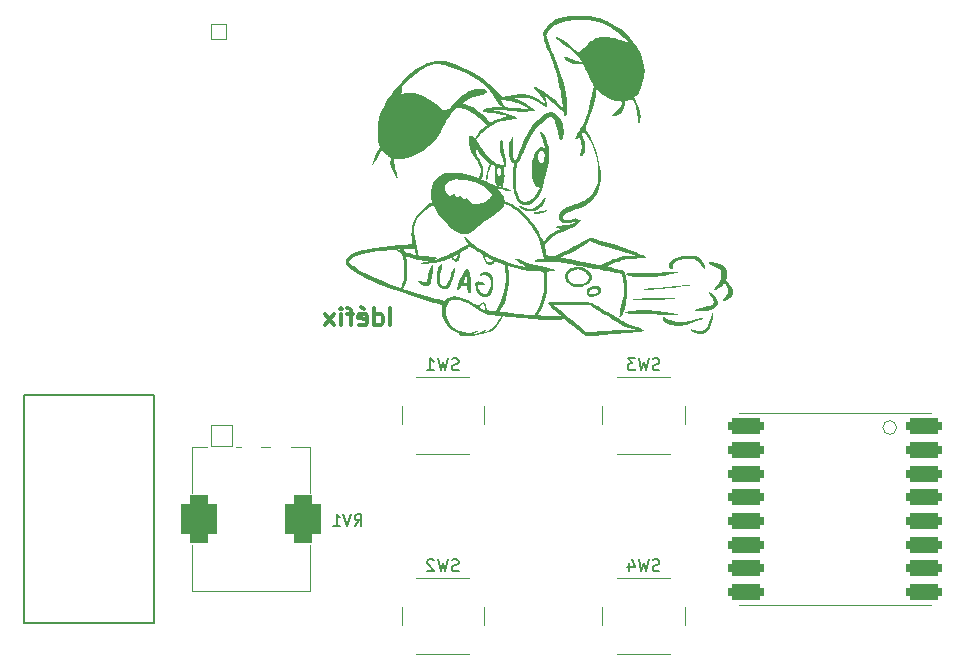
<source format=gbr>
%TF.GenerationSoftware,KiCad,Pcbnew,8.0.6*%
%TF.CreationDate,2025-03-02T19:30:28-05:00*%
%TF.ProjectId,receiver,72656365-6976-4657-922e-6b696361645f,rev?*%
%TF.SameCoordinates,Original*%
%TF.FileFunction,Legend,Bot*%
%TF.FilePolarity,Positive*%
%FSLAX46Y46*%
G04 Gerber Fmt 4.6, Leading zero omitted, Abs format (unit mm)*
G04 Created by KiCad (PCBNEW 8.0.6) date 2025-03-02 19:30:28*
%MOMM*%
%LPD*%
G01*
G04 APERTURE LIST*
G04 Aperture macros list*
%AMRoundRect*
0 Rectangle with rounded corners*
0 $1 Rounding radius*
0 $2 $3 $4 $5 $6 $7 $8 $9 X,Y pos of 4 corners*
0 Add a 4 corners polygon primitive as box body*
4,1,4,$2,$3,$4,$5,$6,$7,$8,$9,$2,$3,0*
0 Add four circle primitives for the rounded corners*
1,1,$1+$1,$2,$3*
1,1,$1+$1,$4,$5*
1,1,$1+$1,$6,$7*
1,1,$1+$1,$8,$9*
0 Add four rect primitives between the rounded corners*
20,1,$1+$1,$2,$3,$4,$5,0*
20,1,$1+$1,$4,$5,$6,$7,0*
20,1,$1+$1,$6,$7,$8,$9,0*
20,1,$1+$1,$8,$9,$2,$3,0*%
G04 Aperture macros list end*
%ADD10C,0.300000*%
%ADD11C,0.153000*%
%ADD12C,0.000000*%
%ADD13C,0.120000*%
%ADD14C,0.100000*%
%ADD15C,0.152400*%
%ADD16C,2.276000*%
%ADD17RoundRect,0.038000X-0.675000X-0.675000X0.675000X-0.675000X0.675000X0.675000X-0.675000X0.675000X0*%
%ADD18O,1.426000X1.426000*%
%ADD19RoundRect,0.038000X0.675000X-0.675000X0.675000X0.675000X-0.675000X0.675000X-0.675000X-0.675000X0*%
%ADD20RoundRect,0.206712X-0.981288X0.981288X-0.981288X-0.981288X0.981288X-0.981288X0.981288X0.981288X0*%
%ADD21C,2.576000*%
%ADD22RoundRect,0.038000X-0.900000X0.900000X-0.900000X-0.900000X0.900000X-0.900000X0.900000X0.900000X0*%
%ADD23C,1.876000*%
%ADD24RoundRect,0.769000X-0.769000X1.269000X-0.769000X-1.269000X0.769000X-1.269000X0.769000X1.269000X0*%
%ADD25C,2.076000*%
%ADD26RoundRect,0.336500X1.176500X0.336500X-1.176500X0.336500X-1.176500X-0.336500X1.176500X-0.336500X0*%
%ADD27C,2.235000*%
G04 APERTURE END LIST*
D10*
X137153314Y-101423375D02*
X137153314Y-99923375D01*
X135796171Y-101423375D02*
X135796171Y-99923375D01*
X135796171Y-101351947D02*
X135939028Y-101423375D01*
X135939028Y-101423375D02*
X136224742Y-101423375D01*
X136224742Y-101423375D02*
X136367599Y-101351947D01*
X136367599Y-101351947D02*
X136439028Y-101280518D01*
X136439028Y-101280518D02*
X136510456Y-101137661D01*
X136510456Y-101137661D02*
X136510456Y-100709089D01*
X136510456Y-100709089D02*
X136439028Y-100566232D01*
X136439028Y-100566232D02*
X136367599Y-100494804D01*
X136367599Y-100494804D02*
X136224742Y-100423375D01*
X136224742Y-100423375D02*
X135939028Y-100423375D01*
X135939028Y-100423375D02*
X135796171Y-100494804D01*
X134510456Y-101351947D02*
X134653313Y-101423375D01*
X134653313Y-101423375D02*
X134939028Y-101423375D01*
X134939028Y-101423375D02*
X135081885Y-101351947D01*
X135081885Y-101351947D02*
X135153313Y-101209089D01*
X135153313Y-101209089D02*
X135153313Y-100637661D01*
X135153313Y-100637661D02*
X135081885Y-100494804D01*
X135081885Y-100494804D02*
X134939028Y-100423375D01*
X134939028Y-100423375D02*
X134653313Y-100423375D01*
X134653313Y-100423375D02*
X134510456Y-100494804D01*
X134510456Y-100494804D02*
X134439028Y-100637661D01*
X134439028Y-100637661D02*
X134439028Y-100780518D01*
X134439028Y-100780518D02*
X135153313Y-100923375D01*
X134653313Y-99851947D02*
X134867599Y-100066232D01*
X134010456Y-100423375D02*
X133439028Y-100423375D01*
X133796171Y-101423375D02*
X133796171Y-100137661D01*
X133796171Y-100137661D02*
X133724742Y-99994804D01*
X133724742Y-99994804D02*
X133581885Y-99923375D01*
X133581885Y-99923375D02*
X133439028Y-99923375D01*
X132939028Y-101423375D02*
X132939028Y-100423375D01*
X132939028Y-99923375D02*
X133010456Y-99994804D01*
X133010456Y-99994804D02*
X132939028Y-100066232D01*
X132939028Y-100066232D02*
X132867599Y-99994804D01*
X132867599Y-99994804D02*
X132939028Y-99923375D01*
X132939028Y-99923375D02*
X132939028Y-100066232D01*
X132367599Y-101423375D02*
X131581885Y-100423375D01*
X132367599Y-100423375D02*
X131581885Y-101423375D01*
D11*
X134112669Y-118397620D02*
X134446002Y-117921429D01*
X134684097Y-118397620D02*
X134684097Y-117397620D01*
X134684097Y-117397620D02*
X134303145Y-117397620D01*
X134303145Y-117397620D02*
X134207907Y-117445239D01*
X134207907Y-117445239D02*
X134160288Y-117492858D01*
X134160288Y-117492858D02*
X134112669Y-117588096D01*
X134112669Y-117588096D02*
X134112669Y-117730953D01*
X134112669Y-117730953D02*
X134160288Y-117826191D01*
X134160288Y-117826191D02*
X134207907Y-117873810D01*
X134207907Y-117873810D02*
X134303145Y-117921429D01*
X134303145Y-117921429D02*
X134684097Y-117921429D01*
X133826954Y-117397620D02*
X133493621Y-118397620D01*
X133493621Y-118397620D02*
X133160288Y-117397620D01*
X132303145Y-118397620D02*
X132874573Y-118397620D01*
X132588859Y-118397620D02*
X132588859Y-117397620D01*
X132588859Y-117397620D02*
X132684097Y-117540477D01*
X132684097Y-117540477D02*
X132779335Y-117635715D01*
X132779335Y-117635715D02*
X132874573Y-117683334D01*
X159918289Y-105178396D02*
X159775432Y-105226015D01*
X159775432Y-105226015D02*
X159537337Y-105226015D01*
X159537337Y-105226015D02*
X159442099Y-105178396D01*
X159442099Y-105178396D02*
X159394480Y-105130776D01*
X159394480Y-105130776D02*
X159346861Y-105035538D01*
X159346861Y-105035538D02*
X159346861Y-104940300D01*
X159346861Y-104940300D02*
X159394480Y-104845062D01*
X159394480Y-104845062D02*
X159442099Y-104797443D01*
X159442099Y-104797443D02*
X159537337Y-104749824D01*
X159537337Y-104749824D02*
X159727813Y-104702205D01*
X159727813Y-104702205D02*
X159823051Y-104654586D01*
X159823051Y-104654586D02*
X159870670Y-104606967D01*
X159870670Y-104606967D02*
X159918289Y-104511729D01*
X159918289Y-104511729D02*
X159918289Y-104416491D01*
X159918289Y-104416491D02*
X159870670Y-104321253D01*
X159870670Y-104321253D02*
X159823051Y-104273634D01*
X159823051Y-104273634D02*
X159727813Y-104226015D01*
X159727813Y-104226015D02*
X159489718Y-104226015D01*
X159489718Y-104226015D02*
X159346861Y-104273634D01*
X159013527Y-104226015D02*
X158775432Y-105226015D01*
X158775432Y-105226015D02*
X158584956Y-104511729D01*
X158584956Y-104511729D02*
X158394480Y-105226015D01*
X158394480Y-105226015D02*
X158156385Y-104226015D01*
X157870670Y-104226015D02*
X157251623Y-104226015D01*
X157251623Y-104226015D02*
X157584956Y-104606967D01*
X157584956Y-104606967D02*
X157442099Y-104606967D01*
X157442099Y-104606967D02*
X157346861Y-104654586D01*
X157346861Y-104654586D02*
X157299242Y-104702205D01*
X157299242Y-104702205D02*
X157251623Y-104797443D01*
X157251623Y-104797443D02*
X157251623Y-105035538D01*
X157251623Y-105035538D02*
X157299242Y-105130776D01*
X157299242Y-105130776D02*
X157346861Y-105178396D01*
X157346861Y-105178396D02*
X157442099Y-105226015D01*
X157442099Y-105226015D02*
X157727813Y-105226015D01*
X157727813Y-105226015D02*
X157823051Y-105178396D01*
X157823051Y-105178396D02*
X157870670Y-105130776D01*
X142918289Y-105178396D02*
X142775432Y-105226015D01*
X142775432Y-105226015D02*
X142537337Y-105226015D01*
X142537337Y-105226015D02*
X142442099Y-105178396D01*
X142442099Y-105178396D02*
X142394480Y-105130776D01*
X142394480Y-105130776D02*
X142346861Y-105035538D01*
X142346861Y-105035538D02*
X142346861Y-104940300D01*
X142346861Y-104940300D02*
X142394480Y-104845062D01*
X142394480Y-104845062D02*
X142442099Y-104797443D01*
X142442099Y-104797443D02*
X142537337Y-104749824D01*
X142537337Y-104749824D02*
X142727813Y-104702205D01*
X142727813Y-104702205D02*
X142823051Y-104654586D01*
X142823051Y-104654586D02*
X142870670Y-104606967D01*
X142870670Y-104606967D02*
X142918289Y-104511729D01*
X142918289Y-104511729D02*
X142918289Y-104416491D01*
X142918289Y-104416491D02*
X142870670Y-104321253D01*
X142870670Y-104321253D02*
X142823051Y-104273634D01*
X142823051Y-104273634D02*
X142727813Y-104226015D01*
X142727813Y-104226015D02*
X142489718Y-104226015D01*
X142489718Y-104226015D02*
X142346861Y-104273634D01*
X142013527Y-104226015D02*
X141775432Y-105226015D01*
X141775432Y-105226015D02*
X141584956Y-104511729D01*
X141584956Y-104511729D02*
X141394480Y-105226015D01*
X141394480Y-105226015D02*
X141156385Y-104226015D01*
X140251623Y-105226015D02*
X140823051Y-105226015D01*
X140537337Y-105226015D02*
X140537337Y-104226015D01*
X140537337Y-104226015D02*
X140632575Y-104368872D01*
X140632575Y-104368872D02*
X140727813Y-104464110D01*
X140727813Y-104464110D02*
X140823051Y-104511729D01*
X159918289Y-122178396D02*
X159775432Y-122226015D01*
X159775432Y-122226015D02*
X159537337Y-122226015D01*
X159537337Y-122226015D02*
X159442099Y-122178396D01*
X159442099Y-122178396D02*
X159394480Y-122130776D01*
X159394480Y-122130776D02*
X159346861Y-122035538D01*
X159346861Y-122035538D02*
X159346861Y-121940300D01*
X159346861Y-121940300D02*
X159394480Y-121845062D01*
X159394480Y-121845062D02*
X159442099Y-121797443D01*
X159442099Y-121797443D02*
X159537337Y-121749824D01*
X159537337Y-121749824D02*
X159727813Y-121702205D01*
X159727813Y-121702205D02*
X159823051Y-121654586D01*
X159823051Y-121654586D02*
X159870670Y-121606967D01*
X159870670Y-121606967D02*
X159918289Y-121511729D01*
X159918289Y-121511729D02*
X159918289Y-121416491D01*
X159918289Y-121416491D02*
X159870670Y-121321253D01*
X159870670Y-121321253D02*
X159823051Y-121273634D01*
X159823051Y-121273634D02*
X159727813Y-121226015D01*
X159727813Y-121226015D02*
X159489718Y-121226015D01*
X159489718Y-121226015D02*
X159346861Y-121273634D01*
X159013527Y-121226015D02*
X158775432Y-122226015D01*
X158775432Y-122226015D02*
X158584956Y-121511729D01*
X158584956Y-121511729D02*
X158394480Y-122226015D01*
X158394480Y-122226015D02*
X158156385Y-121226015D01*
X157346861Y-121559348D02*
X157346861Y-122226015D01*
X157584956Y-121178396D02*
X157823051Y-121892681D01*
X157823051Y-121892681D02*
X157204004Y-121892681D01*
X142918289Y-122178396D02*
X142775432Y-122226015D01*
X142775432Y-122226015D02*
X142537337Y-122226015D01*
X142537337Y-122226015D02*
X142442099Y-122178396D01*
X142442099Y-122178396D02*
X142394480Y-122130776D01*
X142394480Y-122130776D02*
X142346861Y-122035538D01*
X142346861Y-122035538D02*
X142346861Y-121940300D01*
X142346861Y-121940300D02*
X142394480Y-121845062D01*
X142394480Y-121845062D02*
X142442099Y-121797443D01*
X142442099Y-121797443D02*
X142537337Y-121749824D01*
X142537337Y-121749824D02*
X142727813Y-121702205D01*
X142727813Y-121702205D02*
X142823051Y-121654586D01*
X142823051Y-121654586D02*
X142870670Y-121606967D01*
X142870670Y-121606967D02*
X142918289Y-121511729D01*
X142918289Y-121511729D02*
X142918289Y-121416491D01*
X142918289Y-121416491D02*
X142870670Y-121321253D01*
X142870670Y-121321253D02*
X142823051Y-121273634D01*
X142823051Y-121273634D02*
X142727813Y-121226015D01*
X142727813Y-121226015D02*
X142489718Y-121226015D01*
X142489718Y-121226015D02*
X142346861Y-121273634D01*
X142013527Y-121226015D02*
X141775432Y-122226015D01*
X141775432Y-122226015D02*
X141584956Y-121511729D01*
X141584956Y-121511729D02*
X141394480Y-122226015D01*
X141394480Y-122226015D02*
X141156385Y-121226015D01*
X140823051Y-121321253D02*
X140775432Y-121273634D01*
X140775432Y-121273634D02*
X140680194Y-121226015D01*
X140680194Y-121226015D02*
X140442099Y-121226015D01*
X140442099Y-121226015D02*
X140346861Y-121273634D01*
X140346861Y-121273634D02*
X140299242Y-121321253D01*
X140299242Y-121321253D02*
X140251623Y-121416491D01*
X140251623Y-121416491D02*
X140251623Y-121511729D01*
X140251623Y-121511729D02*
X140299242Y-121654586D01*
X140299242Y-121654586D02*
X140870670Y-122226015D01*
X140870670Y-122226015D02*
X140251623Y-122226015D01*
D12*
%TO.C,Id\u00E9fix*%
G36*
X150384606Y-91686803D02*
G01*
X150395605Y-91709370D01*
X150394377Y-91715911D01*
X150347802Y-91757364D01*
X150236480Y-91809175D01*
X150064082Y-91869848D01*
X149834279Y-91937889D01*
X149743526Y-91962831D01*
X149605125Y-91998517D01*
X149511637Y-92016150D01*
X149448089Y-92016754D01*
X149399509Y-92001353D01*
X149350924Y-91970973D01*
X149291537Y-91920967D01*
X149283096Y-91881984D01*
X149336993Y-91854095D01*
X149457138Y-91832189D01*
X149486742Y-91827996D01*
X149622839Y-91805654D01*
X149789436Y-91775125D01*
X149957069Y-91741740D01*
X150140413Y-91704946D01*
X150266912Y-91683860D01*
X150345009Y-91678056D01*
X150384606Y-91686803D01*
G37*
G36*
X150278883Y-90649007D02*
G01*
X150271202Y-90734863D01*
X150257670Y-90782283D01*
X150204616Y-90912857D01*
X150128078Y-91066275D01*
X150040010Y-91219490D01*
X149952368Y-91349459D01*
X149904851Y-91403374D01*
X149761766Y-91518754D01*
X149574738Y-91627579D01*
X149361118Y-91719004D01*
X149185543Y-91762728D01*
X148928347Y-91774453D01*
X148665001Y-91734329D01*
X148417025Y-91644067D01*
X148284564Y-91569863D01*
X148159657Y-91478541D01*
X148075742Y-91391046D01*
X148045052Y-91318097D01*
X148053340Y-91288654D01*
X148105589Y-91268470D01*
X148196760Y-91289273D01*
X148316199Y-91349817D01*
X148400669Y-91398610D01*
X148622832Y-91498202D01*
X148832570Y-91552501D01*
X149014097Y-91556823D01*
X149095680Y-91541363D01*
X149328058Y-91455150D01*
X149562791Y-91310751D01*
X149789320Y-91115473D01*
X149997085Y-90876623D01*
X150106756Y-90740657D01*
X150194455Y-90653044D01*
X150252566Y-90622114D01*
X150278883Y-90649007D01*
G37*
G36*
X140755620Y-96334763D02*
G01*
X140772895Y-96365723D01*
X140788299Y-96466044D01*
X140786316Y-96613943D01*
X140769325Y-96797061D01*
X140739703Y-97003040D01*
X140699831Y-97219520D01*
X140652086Y-97434142D01*
X140598847Y-97634547D01*
X140542493Y-97808377D01*
X140485402Y-97943272D01*
X140429953Y-98026874D01*
X140372225Y-98067778D01*
X140240687Y-98093216D01*
X140066990Y-98062987D01*
X139850884Y-97977071D01*
X139840220Y-97971941D01*
X139653868Y-97873489D01*
X139535155Y-97792317D01*
X139483472Y-97730347D01*
X139498207Y-97689504D01*
X139578747Y-97671713D01*
X139724483Y-97678898D01*
X139934801Y-97712983D01*
X139996569Y-97724869D01*
X140131329Y-97745870D01*
X140209459Y-97747839D01*
X140238909Y-97731253D01*
X140240573Y-97724930D01*
X140254544Y-97661730D01*
X140278398Y-97547186D01*
X140309276Y-97395187D01*
X140344315Y-97219621D01*
X140355161Y-97165706D01*
X140422984Y-96867066D01*
X140491395Y-96630292D01*
X140559628Y-96457030D01*
X140626920Y-96348925D01*
X140692505Y-96307621D01*
X140755620Y-96334763D01*
G37*
G36*
X164500612Y-100345343D02*
G01*
X164495515Y-100454129D01*
X164471599Y-100629612D01*
X164428073Y-100871451D01*
X164385584Y-101070905D01*
X164296764Y-101389561D01*
X164191797Y-101646744D01*
X164067171Y-101847560D01*
X163919375Y-101997118D01*
X163744899Y-102100524D01*
X163540231Y-102162885D01*
X163397009Y-102179127D01*
X163209410Y-102164313D01*
X162989244Y-102108720D01*
X162894855Y-102071683D01*
X162782259Y-102009213D01*
X162685549Y-101937761D01*
X162613548Y-101866397D01*
X162575080Y-101804192D01*
X162578968Y-101760217D01*
X162634035Y-101743543D01*
X162682574Y-101750567D01*
X162782969Y-101776035D01*
X162902649Y-101813709D01*
X162962744Y-101832953D01*
X163224899Y-101881972D01*
X163466840Y-101870195D01*
X163682220Y-101799487D01*
X163864697Y-101671714D01*
X164007926Y-101488740D01*
X164020728Y-101465238D01*
X164074923Y-101347746D01*
X164139963Y-101186458D01*
X164208778Y-100999519D01*
X164274297Y-100805076D01*
X164348632Y-100584003D01*
X164410900Y-100422585D01*
X164457514Y-100329230D01*
X164487682Y-100303597D01*
X164500612Y-100345343D01*
G37*
G36*
X160923923Y-99116462D02*
G01*
X161081741Y-99119905D01*
X161189646Y-99125388D01*
X161251532Y-99132957D01*
X161271295Y-99142658D01*
X161270975Y-99145653D01*
X161234910Y-99172647D01*
X161157276Y-99185251D01*
X161143468Y-99185700D01*
X161056308Y-99189739D01*
X160915039Y-99197175D01*
X160731901Y-99207333D01*
X160519132Y-99219539D01*
X160288975Y-99233118D01*
X160251948Y-99235284D01*
X160009478Y-99247510D01*
X159743377Y-99258060D01*
X159462170Y-99266863D01*
X159174378Y-99273847D01*
X158888524Y-99278938D01*
X158613132Y-99282064D01*
X158356725Y-99283153D01*
X158127825Y-99282132D01*
X157934956Y-99278929D01*
X157786640Y-99273471D01*
X157691400Y-99265685D01*
X157657759Y-99255500D01*
X157670262Y-99231807D01*
X157711591Y-99210935D01*
X157786339Y-99192982D01*
X157899102Y-99177641D01*
X158054471Y-99164603D01*
X158257040Y-99153562D01*
X158511402Y-99144208D01*
X158822149Y-99136235D01*
X159193874Y-99129333D01*
X159631171Y-99123195D01*
X159715607Y-99122164D01*
X160112033Y-99117910D01*
X160442965Y-99115511D01*
X160712296Y-99115013D01*
X160923923Y-99116462D01*
G37*
G36*
X162607023Y-97963448D02*
G01*
X162639527Y-97982032D01*
X162625010Y-97998554D01*
X162547114Y-98026179D01*
X162401244Y-98056980D01*
X162186702Y-98091097D01*
X161902787Y-98128669D01*
X161533878Y-98173967D01*
X161130670Y-98222757D01*
X160785541Y-98263548D01*
X160492122Y-98297045D01*
X160244041Y-98323957D01*
X160034927Y-98344989D01*
X159858409Y-98360850D01*
X159708118Y-98372245D01*
X159553613Y-98382310D01*
X159378256Y-98392914D01*
X159230380Y-98400998D01*
X159131240Y-98405344D01*
X159012692Y-98404994D01*
X158874582Y-98398393D01*
X158736776Y-98387185D01*
X158616731Y-98373090D01*
X158531903Y-98357827D01*
X158499748Y-98343118D01*
X158500322Y-98341598D01*
X158540253Y-98329777D01*
X158630660Y-98319440D01*
X158754099Y-98312676D01*
X158857980Y-98308000D01*
X159060930Y-98295044D01*
X159320036Y-98275402D01*
X159627305Y-98249821D01*
X159974745Y-98219047D01*
X160354362Y-98183826D01*
X160758163Y-98144905D01*
X161178154Y-98103029D01*
X161606344Y-98058944D01*
X162034737Y-98013398D01*
X162455342Y-97967136D01*
X162516074Y-97961782D01*
X162607023Y-97963448D01*
G37*
G36*
X161324041Y-96890567D02*
G01*
X161433510Y-96900415D01*
X161475124Y-96918334D01*
X161463217Y-96937095D01*
X161391486Y-96970402D01*
X161261410Y-97010553D01*
X161079537Y-97056142D01*
X160852416Y-97105761D01*
X160586593Y-97158003D01*
X160288618Y-97211462D01*
X159965037Y-97264730D01*
X159622400Y-97316401D01*
X159517283Y-97328531D01*
X159300433Y-97343147D01*
X159042774Y-97351495D01*
X158762314Y-97353699D01*
X158477061Y-97349884D01*
X158205019Y-97340174D01*
X157964197Y-97324696D01*
X157772602Y-97303573D01*
X157758948Y-97301528D01*
X157525533Y-97260205D01*
X157336349Y-97214545D01*
X157195617Y-97166795D01*
X157107562Y-97119202D01*
X157076406Y-97074012D01*
X157106372Y-97033472D01*
X157201682Y-96999829D01*
X157244658Y-96994626D01*
X157356814Y-96989428D01*
X157519800Y-96986652D01*
X157722397Y-96986368D01*
X157953385Y-96988647D01*
X158201544Y-96993559D01*
X158533723Y-96999843D01*
X158883559Y-97000516D01*
X159215510Y-96993284D01*
X159557674Y-96977482D01*
X159938146Y-96952444D01*
X160244437Y-96931064D01*
X160606916Y-96909039D01*
X160908903Y-96894920D01*
X161148559Y-96888749D01*
X161324041Y-96890567D01*
G37*
G36*
X160378169Y-100729114D02*
G01*
X160478773Y-100790270D01*
X160571623Y-100850626D01*
X160828224Y-100973489D01*
X161126015Y-101066967D01*
X161447282Y-101126193D01*
X161774312Y-101146299D01*
X161877072Y-101143319D01*
X162002550Y-101132167D01*
X162145140Y-101110835D01*
X162314857Y-101077319D01*
X162521719Y-101029614D01*
X162775742Y-100965715D01*
X163086943Y-100883619D01*
X163191036Y-100856291D01*
X163394837Y-100807507D01*
X163534082Y-100782494D01*
X163609779Y-100781181D01*
X163622933Y-100803497D01*
X163574551Y-100849372D01*
X163532385Y-100875638D01*
X163415295Y-100934351D01*
X163253237Y-101005986D01*
X163060009Y-101085254D01*
X162849414Y-101166865D01*
X162635250Y-101245529D01*
X162431320Y-101315958D01*
X162251424Y-101372861D01*
X162109362Y-101410949D01*
X162024793Y-101426900D01*
X161797657Y-101448981D01*
X161542492Y-101452024D01*
X161283446Y-101437060D01*
X161044666Y-101405117D01*
X160850301Y-101357228D01*
X160687976Y-101295840D01*
X160503394Y-101207608D01*
X160359667Y-101116487D01*
X160270847Y-101030402D01*
X160231965Y-100941169D01*
X160219555Y-100839612D01*
X160233442Y-100751604D01*
X160273424Y-100702979D01*
X160298893Y-100701430D01*
X160378169Y-100729114D01*
G37*
G36*
X158895043Y-100154317D02*
G01*
X159200017Y-100162267D01*
X159485093Y-100174992D01*
X159735920Y-100192382D01*
X159938146Y-100214323D01*
X160223244Y-100255655D01*
X160549016Y-100306958D01*
X160841154Y-100357534D01*
X161093650Y-100406138D01*
X161300496Y-100451524D01*
X161455682Y-100492449D01*
X161553200Y-100527666D01*
X161587041Y-100555932D01*
X161560542Y-100570252D01*
X161469043Y-100580277D01*
X161316974Y-100583738D01*
X161109267Y-100580715D01*
X160850854Y-100571287D01*
X160546668Y-100555534D01*
X160201640Y-100533536D01*
X160143757Y-100529659D01*
X159867383Y-100513383D01*
X159550063Y-100497557D01*
X159215338Y-100483211D01*
X158886746Y-100471372D01*
X158587828Y-100463067D01*
X158406316Y-100458859D01*
X158000959Y-100448194D01*
X157663131Y-100437241D01*
X157390949Y-100425901D01*
X157182530Y-100414074D01*
X157035991Y-100401659D01*
X156949448Y-100388558D01*
X156921019Y-100374669D01*
X156921216Y-100372708D01*
X156958503Y-100342023D01*
X157051384Y-100305220D01*
X157186997Y-100266047D01*
X157352479Y-100228258D01*
X157534969Y-100195604D01*
X157573998Y-100190122D01*
X157763192Y-100172515D01*
X158004245Y-100160243D01*
X158282806Y-100153193D01*
X158584522Y-100151255D01*
X158895043Y-100154317D01*
G37*
G36*
X164202503Y-98575412D02*
G01*
X164300738Y-98656106D01*
X164439933Y-98792267D01*
X164517285Y-98874577D01*
X164685316Y-99080472D01*
X164801696Y-99268716D01*
X164863308Y-99433638D01*
X164867035Y-99569563D01*
X164862203Y-99589124D01*
X164785451Y-99742363D01*
X164647326Y-99881141D01*
X164455115Y-100000796D01*
X164216108Y-100096664D01*
X163937593Y-100164085D01*
X163860575Y-100174134D01*
X163717629Y-100184929D01*
X163548892Y-100192022D01*
X163373520Y-100195133D01*
X163210665Y-100193984D01*
X163079483Y-100188294D01*
X162999127Y-100177784D01*
X162962722Y-100165865D01*
X162919753Y-100131281D01*
X162942565Y-100091806D01*
X163028411Y-100050090D01*
X163174541Y-100008781D01*
X163314014Y-99976804D01*
X163497454Y-99934777D01*
X163656930Y-99898270D01*
X163711854Y-99885186D01*
X163944251Y-99818639D01*
X164157368Y-99740567D01*
X164334422Y-99657699D01*
X164458631Y-99576766D01*
X164491988Y-99548168D01*
X164543577Y-99492228D01*
X164553165Y-99438604D01*
X164530385Y-99357907D01*
X164529277Y-99354710D01*
X164482247Y-99243629D01*
X164428722Y-99147410D01*
X164425296Y-99142293D01*
X164376510Y-99063616D01*
X164309138Y-98948630D01*
X164236679Y-98820330D01*
X164228777Y-98805979D01*
X164158364Y-98665469D01*
X164130835Y-98580160D01*
X164145708Y-98550119D01*
X164202503Y-98575412D01*
G37*
G36*
X154958750Y-98626320D02*
G01*
X154862173Y-98756686D01*
X154722324Y-98870338D01*
X154544225Y-98957024D01*
X154474259Y-98975760D01*
X154338377Y-98996745D01*
X154196017Y-99005539D01*
X154133348Y-99005245D01*
X154023252Y-98995778D01*
X153944041Y-98967802D01*
X153868422Y-98913662D01*
X153837515Y-98886979D01*
X153785827Y-98828230D01*
X153769791Y-98762676D01*
X153778436Y-98659312D01*
X153783638Y-98617847D01*
X153786503Y-98591474D01*
X153983479Y-98591474D01*
X153984176Y-98694271D01*
X154041917Y-98760264D01*
X154092214Y-98779371D01*
X154234730Y-98790848D01*
X154416284Y-98763377D01*
X154464099Y-98750213D01*
X154602252Y-98686178D01*
X154691799Y-98603791D01*
X154732819Y-98514621D01*
X154725392Y-98430238D01*
X154669598Y-98362208D01*
X154565517Y-98322100D01*
X154413229Y-98321484D01*
X154323786Y-98333788D01*
X154196340Y-98357053D01*
X154114733Y-98385292D01*
X154063070Y-98425133D01*
X154025457Y-98483204D01*
X153983479Y-98591474D01*
X153786503Y-98591474D01*
X153796155Y-98502623D01*
X153802696Y-98418297D01*
X153830814Y-98353866D01*
X153918283Y-98283181D01*
X154068478Y-98207815D01*
X154284837Y-98125680D01*
X154311745Y-98116614D01*
X154498958Y-98069102D01*
X154649861Y-98067149D01*
X154781446Y-98113015D01*
X154910705Y-98208962D01*
X154938614Y-98237479D01*
X155001994Y-98356463D01*
X155007032Y-98489495D01*
X154998166Y-98514621D01*
X154958750Y-98626320D01*
G37*
G36*
X141514192Y-96263382D02*
G01*
X141528911Y-96369260D01*
X141514900Y-96533736D01*
X141499685Y-96621175D01*
X141466787Y-96774653D01*
X141432586Y-96902106D01*
X141385802Y-97067062D01*
X141333642Y-97363435D01*
X141333906Y-97621155D01*
X141386447Y-97837395D01*
X141491115Y-98009328D01*
X141517692Y-98037811D01*
X141627503Y-98116182D01*
X141735082Y-98127834D01*
X141840952Y-98072193D01*
X141945632Y-97948685D01*
X142049643Y-97756737D01*
X142153506Y-97495776D01*
X142257741Y-97165228D01*
X142292399Y-97046072D01*
X142354872Y-96845879D01*
X142407040Y-96704030D01*
X142452036Y-96613630D01*
X142492996Y-96567786D01*
X142533051Y-96559603D01*
X142555010Y-96569259D01*
X142575186Y-96606560D01*
X142583020Y-96684379D01*
X142581251Y-96817372D01*
X142573849Y-96933704D01*
X142535368Y-97194040D01*
X142470366Y-97454014D01*
X142383857Y-97702007D01*
X142280859Y-97926400D01*
X142166388Y-98115574D01*
X142045460Y-98257912D01*
X141923091Y-98341794D01*
X141906592Y-98348281D01*
X141736467Y-98376863D01*
X141558185Y-98349325D01*
X141392672Y-98271723D01*
X141260852Y-98150114D01*
X141242278Y-98124982D01*
X141151452Y-97965603D01*
X141095336Y-97783356D01*
X141070855Y-97564072D01*
X141074935Y-97293583D01*
X141098627Y-97018792D01*
X141140333Y-96775589D01*
X141202180Y-96573186D01*
X141287623Y-96397024D01*
X141336729Y-96320841D01*
X141414193Y-96236822D01*
X141474649Y-96218453D01*
X141514192Y-96263382D01*
G37*
G36*
X162538908Y-95518508D02*
G01*
X162753424Y-95522874D01*
X162916890Y-95535235D01*
X163043305Y-95558929D01*
X163146665Y-95597294D01*
X163240968Y-95653670D01*
X163340210Y-95731393D01*
X163433057Y-95827312D01*
X163552048Y-95995026D01*
X163662449Y-96195449D01*
X163753281Y-96408144D01*
X163813568Y-96612673D01*
X163814583Y-96617538D01*
X163821486Y-96696506D01*
X163803505Y-96726692D01*
X163793515Y-96724492D01*
X163744944Y-96687551D01*
X163668162Y-96602237D01*
X163560077Y-96464902D01*
X163417594Y-96271903D01*
X163408611Y-96259555D01*
X163273764Y-96092874D01*
X163138831Y-95970095D01*
X162990089Y-95885290D01*
X162813815Y-95832532D01*
X162596287Y-95805892D01*
X162323781Y-95799444D01*
X162203129Y-95800887D01*
X162038537Y-95808124D01*
X161906193Y-95824342D01*
X161782221Y-95852978D01*
X161642748Y-95897467D01*
X161569846Y-95923485D01*
X161357273Y-96013899D01*
X161200355Y-96108893D01*
X161087890Y-96214873D01*
X161045528Y-96281101D01*
X161031247Y-96385435D01*
X161075778Y-96511241D01*
X161094676Y-96553581D01*
X161106039Y-96634613D01*
X161074058Y-96676150D01*
X161010357Y-96676484D01*
X160926563Y-96633906D01*
X160834300Y-96546711D01*
X160771908Y-96448965D01*
X160738846Y-96297741D01*
X160772060Y-96142093D01*
X160870952Y-95991129D01*
X160954803Y-95911123D01*
X161127522Y-95795781D01*
X161354570Y-95692532D01*
X161643805Y-95597369D01*
X161665430Y-95591253D01*
X161789626Y-95560216D01*
X161911809Y-95539174D01*
X162050007Y-95526351D01*
X162222251Y-95519969D01*
X162446571Y-95518251D01*
X162538908Y-95518508D01*
G37*
G36*
X154208261Y-97427458D02*
G01*
X154172668Y-97541215D01*
X154160738Y-97570290D01*
X154044751Y-97754508D01*
X153874357Y-97915368D01*
X153662381Y-98042867D01*
X153421645Y-98127001D01*
X153336512Y-98144176D01*
X153068512Y-98163917D01*
X152803317Y-98136513D01*
X152553440Y-98066298D01*
X152331396Y-97957603D01*
X152149698Y-97814759D01*
X152020860Y-97642099D01*
X151983490Y-97555999D01*
X151946337Y-97365934D01*
X151955378Y-97216110D01*
X152161275Y-97216110D01*
X152164978Y-97394787D01*
X152232481Y-97561806D01*
X152360523Y-97709385D01*
X152545844Y-97829740D01*
X152681369Y-97883841D01*
X152913710Y-97931820D01*
X153153541Y-97935158D01*
X153386731Y-97896676D01*
X153599148Y-97819193D01*
X153776658Y-97705530D01*
X153905130Y-97558506D01*
X153962467Y-97418867D01*
X153958589Y-97273650D01*
X153887052Y-97127840D01*
X153746836Y-96977695D01*
X153707070Y-96944216D01*
X153488490Y-96802421D01*
X153254642Y-96712552D01*
X153019936Y-96678751D01*
X152798781Y-96705162D01*
X152732349Y-96724085D01*
X152532444Y-96791917D01*
X152387768Y-96863747D01*
X152286739Y-96946383D01*
X152217775Y-97046631D01*
X152161275Y-97216110D01*
X151955378Y-97216110D01*
X151958181Y-97169658D01*
X152013109Y-96979682D01*
X152105203Y-96808517D01*
X152228547Y-96668674D01*
X152377225Y-96572663D01*
X152545322Y-96532996D01*
X152563359Y-96531990D01*
X152702199Y-96513441D01*
X152831255Y-96481973D01*
X152941654Y-96457170D01*
X153152429Y-96454420D01*
X153379016Y-96497409D01*
X153600625Y-96583399D01*
X153802777Y-96700026D01*
X153983537Y-96850221D01*
X154109700Y-97022673D01*
X154189576Y-97226458D01*
X154211792Y-97331929D01*
X154208579Y-97418867D01*
X154208261Y-97427458D01*
G37*
G36*
X143980394Y-97734490D02*
G01*
X144000044Y-98049456D01*
X144004556Y-98164595D01*
X144009157Y-98334971D01*
X144007930Y-98454859D01*
X144000024Y-98537023D01*
X143984589Y-98594228D01*
X143960775Y-98639240D01*
X143942721Y-98664335D01*
X143874132Y-98717039D01*
X143808680Y-98704615D01*
X143749983Y-98631045D01*
X143701660Y-98500309D01*
X143667328Y-98316387D01*
X143641944Y-98113173D01*
X143415523Y-98064360D01*
X143359112Y-98052292D01*
X143259734Y-98034039D01*
X143202008Y-98034137D01*
X143166797Y-98054932D01*
X143134964Y-98098774D01*
X143095907Y-98154780D01*
X143011623Y-98259076D01*
X142923572Y-98352561D01*
X142846732Y-98419899D01*
X142796080Y-98445753D01*
X142765451Y-98428152D01*
X142747538Y-98364761D01*
X142749579Y-98337640D01*
X142775471Y-98224447D01*
X142826762Y-98066950D01*
X142897931Y-97878184D01*
X142957024Y-97735161D01*
X143343947Y-97735161D01*
X143345828Y-97738139D01*
X143387156Y-97762761D01*
X143465610Y-97798510D01*
X143485319Y-97806644D01*
X143564356Y-97837042D01*
X143605942Y-97849344D01*
X143612579Y-97823618D01*
X143618816Y-97740623D01*
X143623050Y-97613927D01*
X143624610Y-97457585D01*
X143623659Y-97317483D01*
X143620665Y-97190580D01*
X143616115Y-97107112D01*
X143610509Y-97080444D01*
X143605450Y-97089314D01*
X143578724Y-97148555D01*
X143536607Y-97247904D01*
X143486206Y-97369901D01*
X143434631Y-97497086D01*
X143388990Y-97611997D01*
X143356393Y-97697176D01*
X143343947Y-97735161D01*
X142957024Y-97735161D01*
X142983456Y-97671188D01*
X143077816Y-97459000D01*
X143175489Y-97254657D01*
X143270954Y-97071196D01*
X143358690Y-96921655D01*
X143374575Y-96897449D01*
X143486236Y-96761299D01*
X143593173Y-96686812D01*
X143690092Y-96674875D01*
X143771700Y-96726376D01*
X143832704Y-96842201D01*
X143860771Y-96938937D01*
X143908579Y-97163513D01*
X143949179Y-97433936D01*
X143951635Y-97457585D01*
X143980394Y-97734490D01*
G37*
G36*
X145325535Y-96912989D02*
G01*
X145461441Y-96950372D01*
X145534983Y-96990816D01*
X145664153Y-97108722D01*
X145770217Y-97264663D01*
X145837091Y-97437772D01*
X145842529Y-97462484D01*
X145863841Y-97646903D01*
X145865369Y-97867538D01*
X145848832Y-98098159D01*
X145815952Y-98312536D01*
X145768447Y-98484442D01*
X145738047Y-98556855D01*
X145623163Y-98752114D01*
X145482534Y-98900230D01*
X145326129Y-98989811D01*
X145293257Y-99001064D01*
X145203606Y-99028712D01*
X145150715Y-99040426D01*
X145079930Y-99032675D01*
X144952355Y-98993784D01*
X144817702Y-98932619D01*
X144704633Y-98860727D01*
X144695577Y-98853384D01*
X144583005Y-98731979D01*
X144485493Y-98574805D01*
X144407605Y-98397132D01*
X144353908Y-98214235D01*
X144328968Y-98041385D01*
X144337349Y-97893855D01*
X144383618Y-97786918D01*
X144461541Y-97731805D01*
X144591195Y-97705690D01*
X144749606Y-97717580D01*
X144921573Y-97766122D01*
X145091894Y-97849964D01*
X145172696Y-97908973D01*
X145195644Y-97954107D01*
X145155115Y-97984569D01*
X145049136Y-98001794D01*
X144875733Y-98007217D01*
X144571741Y-98007217D01*
X144571794Y-98100629D01*
X144572445Y-98115585D01*
X144601131Y-98230386D01*
X144663177Y-98370408D01*
X144745957Y-98513417D01*
X144836845Y-98637181D01*
X144923217Y-98719467D01*
X144928824Y-98723206D01*
X145065112Y-98778968D01*
X145198137Y-98772537D01*
X145322991Y-98711547D01*
X145434763Y-98603629D01*
X145528545Y-98456420D01*
X145599428Y-98277551D01*
X145642501Y-98074657D01*
X145652856Y-97855371D01*
X145625584Y-97627328D01*
X145572361Y-97452857D01*
X145474321Y-97297556D01*
X145338471Y-97201322D01*
X145164133Y-97163712D01*
X144950632Y-97184282D01*
X144889063Y-97196828D01*
X144792961Y-97210972D01*
X144739458Y-97205894D01*
X144711323Y-97181384D01*
X144695208Y-97137309D01*
X144715861Y-97065721D01*
X144786906Y-97002692D01*
X144895868Y-96952063D01*
X145030276Y-96917675D01*
X145177656Y-96903370D01*
X145325535Y-96912989D01*
G37*
G36*
X164442555Y-96080365D02*
G01*
X164693533Y-96126549D01*
X164736697Y-96135753D01*
X165033642Y-96219941D01*
X165268069Y-96329919D01*
X165443780Y-96469553D01*
X165564579Y-96642705D01*
X165634269Y-96853240D01*
X165656654Y-97105022D01*
X165655105Y-97151377D01*
X165636604Y-97305080D01*
X165603905Y-97449086D01*
X165578853Y-97534879D01*
X165568684Y-97602197D01*
X165584926Y-97646383D01*
X165630217Y-97691767D01*
X165717601Y-97778597D01*
X165846656Y-97937189D01*
X165963888Y-98114192D01*
X166059614Y-98292838D01*
X166124151Y-98456362D01*
X166147814Y-98587996D01*
X166119089Y-98778867D01*
X166026737Y-98968165D01*
X165876585Y-99130741D01*
X165674676Y-99258042D01*
X165638720Y-99274609D01*
X165476663Y-99335773D01*
X165359188Y-99356961D01*
X165290315Y-99340733D01*
X165274065Y-99289646D01*
X165314461Y-99206261D01*
X165415522Y-99093135D01*
X165481868Y-99025079D01*
X165587367Y-98899049D01*
X165676768Y-98771739D01*
X165738728Y-98659939D01*
X165761903Y-98580442D01*
X165750559Y-98505016D01*
X165710325Y-98369291D01*
X165645260Y-98195452D01*
X165559822Y-97996389D01*
X165461189Y-97779104D01*
X165336048Y-97946726D01*
X165293443Y-97999840D01*
X165150618Y-98142127D01*
X164987723Y-98265202D01*
X164824034Y-98355757D01*
X164678829Y-98400483D01*
X164585308Y-98404922D01*
X164540551Y-98382979D01*
X164546122Y-98329366D01*
X164602576Y-98238935D01*
X164710467Y-98106535D01*
X164710760Y-98106196D01*
X164817463Y-97967366D01*
X164927626Y-97800148D01*
X165017442Y-97640666D01*
X165041412Y-97592198D01*
X165098768Y-97464782D01*
X165130869Y-97358881D01*
X165144875Y-97244324D01*
X165147953Y-97090937D01*
X165147767Y-97035260D01*
X165143633Y-96906752D01*
X165130652Y-96822245D01*
X165104349Y-96762135D01*
X165060245Y-96706817D01*
X165025607Y-96676195D01*
X164926897Y-96609051D01*
X164793727Y-96532107D01*
X164644885Y-96456676D01*
X164529706Y-96401216D01*
X164319002Y-96290999D01*
X164174545Y-96201139D01*
X164096238Y-96132298D01*
X164083983Y-96085138D01*
X164137683Y-96060321D01*
X164257239Y-96058510D01*
X164442555Y-96080365D01*
G37*
G36*
X150578839Y-87275233D02*
G01*
X150541577Y-87561067D01*
X150485077Y-87890323D01*
X150408585Y-88270789D01*
X150311346Y-88710255D01*
X150179507Y-89230633D01*
X150030822Y-89702886D01*
X149868624Y-90109473D01*
X149691831Y-90452212D01*
X149499363Y-90732916D01*
X149290139Y-90953403D01*
X149063079Y-91115487D01*
X148817102Y-91220984D01*
X148603872Y-91251584D01*
X148383943Y-91221884D01*
X148177997Y-91136570D01*
X148005115Y-91000817D01*
X147952509Y-90936879D01*
X147850902Y-90774262D01*
X147753063Y-90572569D01*
X147668094Y-90351589D01*
X147605097Y-90131112D01*
X147600439Y-90109807D01*
X147571216Y-89920635D01*
X147549463Y-89678898D01*
X147535174Y-89399697D01*
X147528343Y-89098134D01*
X147528966Y-88789308D01*
X147537038Y-88488322D01*
X147552552Y-88210275D01*
X147575505Y-87970268D01*
X147605892Y-87783402D01*
X147610489Y-87760679D01*
X147612172Y-87694394D01*
X147580784Y-87675311D01*
X147521997Y-87649279D01*
X147443667Y-87579131D01*
X147363945Y-87482514D01*
X147299507Y-87377106D01*
X147260608Y-87278274D01*
X147213475Y-87090153D01*
X147179111Y-86868014D01*
X147159032Y-86632091D01*
X147154752Y-86402618D01*
X147167788Y-86199829D01*
X147199655Y-86043957D01*
X147211711Y-86008651D01*
X147273324Y-85849427D01*
X147340937Y-85701787D01*
X147407287Y-85579403D01*
X147465111Y-85495947D01*
X147507147Y-85465090D01*
X147530555Y-85470673D01*
X147547179Y-85502225D01*
X147549930Y-85574509D01*
X147540854Y-85701899D01*
X147539145Y-85721749D01*
X147529260Y-85857741D01*
X147518139Y-86038434D01*
X147507019Y-86242629D01*
X147497143Y-86449126D01*
X147491255Y-86664461D01*
X147498794Y-86939191D01*
X147526688Y-87151132D01*
X147575367Y-87303044D01*
X147645263Y-87397689D01*
X147662104Y-87409010D01*
X147717130Y-87410121D01*
X147776888Y-87356151D01*
X147843568Y-87243657D01*
X147919359Y-87069193D01*
X148006448Y-86829317D01*
X148015918Y-86801896D01*
X148117644Y-86533390D01*
X148244852Y-86233483D01*
X148390534Y-85916103D01*
X148547684Y-85595176D01*
X148709295Y-85284631D01*
X148868360Y-84998394D01*
X149017875Y-84750393D01*
X149150830Y-84554555D01*
X149325256Y-84328763D01*
X149608923Y-84004391D01*
X149882839Y-83745550D01*
X150146122Y-83552640D01*
X150397890Y-83426062D01*
X150637260Y-83366216D01*
X150863353Y-83373503D01*
X151075284Y-83448324D01*
X151272172Y-83591079D01*
X151439638Y-83780373D01*
X151603092Y-84059085D01*
X151723493Y-84391080D01*
X151800060Y-84774606D01*
X151805912Y-84823607D01*
X151817723Y-85028345D01*
X151811657Y-85229652D01*
X151789521Y-85411047D01*
X151753121Y-85556050D01*
X151704266Y-85648180D01*
X151649965Y-85691051D01*
X151562231Y-85706848D01*
X151486631Y-85662211D01*
X151469298Y-85622539D01*
X151438542Y-85523379D01*
X151399117Y-85378196D01*
X151354265Y-85198989D01*
X151307225Y-84997759D01*
X151234160Y-84683439D01*
X151167060Y-84417248D01*
X151107408Y-84208918D01*
X151053175Y-84052637D01*
X151002336Y-83942596D01*
X150952865Y-83872982D01*
X150902734Y-83837988D01*
X150831789Y-83817907D01*
X150680979Y-83817540D01*
X150512916Y-83871104D01*
X150323706Y-83980619D01*
X150109453Y-84148105D01*
X149866264Y-84375583D01*
X149753586Y-84492220D01*
X149408913Y-84906788D01*
X149090598Y-85380535D01*
X148802251Y-85907693D01*
X148547484Y-86482493D01*
X148449445Y-86721682D01*
X148325409Y-86996435D01*
X148210279Y-87215141D01*
X148100190Y-87384959D01*
X147991279Y-87513048D01*
X147844438Y-87659888D01*
X147821794Y-88044740D01*
X147807288Y-88299621D01*
X147788502Y-88673056D01*
X147776433Y-88988915D01*
X147771058Y-89254866D01*
X147772356Y-89478573D01*
X147780302Y-89667702D01*
X147794875Y-89829919D01*
X147816051Y-89972890D01*
X147833949Y-90064330D01*
X147911923Y-90350719D01*
X148012657Y-90587241D01*
X148132997Y-90767553D01*
X148269789Y-90885313D01*
X148356165Y-90929646D01*
X148494393Y-90966760D01*
X148643179Y-90957839D01*
X148824330Y-90903604D01*
X148911750Y-90865665D01*
X149135750Y-90719364D01*
X149347512Y-90509368D01*
X149543000Y-90240134D01*
X149718178Y-89916123D01*
X149794126Y-89753759D01*
X149652415Y-89734751D01*
X149643191Y-89733424D01*
X149492100Y-89680315D01*
X149367406Y-89570038D01*
X149267621Y-89400105D01*
X149191262Y-89168028D01*
X149136842Y-88871321D01*
X149108758Y-88570502D01*
X149104046Y-88235850D01*
X149125210Y-87908819D01*
X149169894Y-87595659D01*
X149235742Y-87302621D01*
X149284035Y-87150493D01*
X149660304Y-87150493D01*
X149671489Y-87344179D01*
X149711490Y-87487843D01*
X149782385Y-87591523D01*
X149798398Y-87607402D01*
X149861058Y-87659010D01*
X149916758Y-87667354D01*
X149998877Y-87639891D01*
X150034891Y-87622805D01*
X150106430Y-87561464D01*
X150153813Y-87464901D01*
X150181281Y-87321781D01*
X150193074Y-87120768D01*
X150193929Y-87031977D01*
X150183453Y-86860951D01*
X150151026Y-86737422D01*
X150091359Y-86646449D01*
X149999162Y-86573093D01*
X149977189Y-86561868D01*
X149893869Y-86561210D01*
X149813501Y-86617475D01*
X149743596Y-86720475D01*
X149691669Y-86860023D01*
X149665233Y-87025929D01*
X149660304Y-87150493D01*
X149284035Y-87150493D01*
X149320395Y-87035956D01*
X149421499Y-86801914D01*
X149536695Y-86606747D01*
X149663628Y-86456705D01*
X149799941Y-86358038D01*
X149943276Y-86316997D01*
X150091278Y-86339834D01*
X150164498Y-86366090D01*
X150204056Y-86377244D01*
X150211206Y-86364658D01*
X150204776Y-86298914D01*
X150180022Y-86188068D01*
X150140845Y-86044728D01*
X150091147Y-85881502D01*
X150034827Y-85710999D01*
X149975788Y-85545826D01*
X149917930Y-85398592D01*
X149865155Y-85281905D01*
X149800429Y-85138632D01*
X149770099Y-85029944D01*
X149782381Y-84976450D01*
X149835564Y-84979247D01*
X149927939Y-85039436D01*
X150057796Y-85158115D01*
X150126645Y-85229675D01*
X150195381Y-85314604D01*
X150248550Y-85406666D01*
X150297313Y-85526095D01*
X150352828Y-85693128D01*
X150373998Y-85761210D01*
X150434482Y-85966558D01*
X150492927Y-86178186D01*
X150539160Y-86359703D01*
X150550613Y-86410316D01*
X150582751Y-86600361D01*
X150598671Y-86802669D01*
X150597619Y-87025030D01*
X150597098Y-87031977D01*
X150578839Y-87275233D01*
G37*
G36*
X158003708Y-77857512D02*
G01*
X158243903Y-78283558D01*
X158427305Y-78689692D01*
X158556189Y-79082803D01*
X158632828Y-79469777D01*
X158659495Y-79857501D01*
X158638464Y-80252862D01*
X158606161Y-80471666D01*
X158545328Y-80748271D01*
X158465231Y-81025368D01*
X158370526Y-81291271D01*
X158265869Y-81534293D01*
X158155916Y-81742747D01*
X158045322Y-81904946D01*
X157938744Y-82009204D01*
X157891329Y-82043255D01*
X157824379Y-82096970D01*
X157798091Y-82126961D01*
X157800170Y-82134501D01*
X157825217Y-82191461D01*
X157872655Y-82289080D01*
X157934920Y-82411623D01*
X157972518Y-82488203D01*
X158050400Y-82663786D01*
X158129700Y-82860170D01*
X158198042Y-83047451D01*
X158226879Y-83133734D01*
X158276438Y-83297970D01*
X158305787Y-83432897D01*
X158319550Y-83563315D01*
X158322354Y-83714026D01*
X158321089Y-83781914D01*
X158306495Y-83976891D01*
X158277432Y-84125966D01*
X158235925Y-84221219D01*
X158184002Y-84254731D01*
X158176334Y-84253867D01*
X158146702Y-84224827D01*
X158124127Y-84146781D01*
X158105214Y-84009150D01*
X158079345Y-83776844D01*
X158041628Y-83483720D01*
X158001746Y-83237608D01*
X157956649Y-83024741D01*
X157903292Y-82831355D01*
X157838627Y-82643684D01*
X157759606Y-82447963D01*
X157722352Y-82360503D01*
X157688730Y-82281136D01*
X157674842Y-82247727D01*
X157667028Y-82248661D01*
X157608994Y-82265612D01*
X157506892Y-82298902D01*
X157375664Y-82343736D01*
X157316577Y-82363958D01*
X157184518Y-82406604D01*
X157081610Y-82436331D01*
X157026267Y-82447664D01*
X157007848Y-82452690D01*
X156987032Y-82487790D01*
X156976358Y-82567357D01*
X156973184Y-82704155D01*
X156971427Y-82798976D01*
X156957417Y-82930696D01*
X156922299Y-83050418D01*
X156857691Y-83193672D01*
X156768741Y-83351600D01*
X156625350Y-83525324D01*
X156456514Y-83641840D01*
X156253894Y-83708255D01*
X156112005Y-83726163D01*
X155986380Y-83715323D01*
X155915685Y-83674075D01*
X155903629Y-83608135D01*
X155953918Y-83523221D01*
X156070259Y-83425049D01*
X156070905Y-83424608D01*
X156182546Y-83340899D01*
X156314889Y-83231174D01*
X156439421Y-83119064D01*
X156497489Y-83062464D01*
X156593336Y-82954145D01*
X156655022Y-82851731D01*
X156698533Y-82731301D01*
X156723355Y-82646554D01*
X156752498Y-82550035D01*
X156769690Y-82496952D01*
X156749061Y-82474551D01*
X156662008Y-82454158D01*
X156510578Y-82438377D01*
X156268712Y-82406447D01*
X155925821Y-82316838D01*
X155589808Y-82181602D01*
X155276089Y-82008386D01*
X155000076Y-81804834D01*
X154777183Y-81578592D01*
X154698776Y-81486998D01*
X154634509Y-81420759D01*
X154599346Y-81395476D01*
X154586790Y-81415595D01*
X154574924Y-81488820D01*
X154570260Y-81597203D01*
X154568033Y-81710035D01*
X154543595Y-82002637D01*
X154490698Y-82318370D01*
X154407472Y-82664430D01*
X154292047Y-83048013D01*
X154142554Y-83476313D01*
X153957122Y-83956526D01*
X153859766Y-84200164D01*
X153781135Y-84400388D01*
X153724263Y-84551439D01*
X153686640Y-84661374D01*
X153665756Y-84738253D01*
X153659098Y-84790134D01*
X153664158Y-84825077D01*
X153678425Y-84851139D01*
X153687505Y-84863412D01*
X154036480Y-85393268D01*
X154324636Y-85953006D01*
X154548097Y-86535117D01*
X154643382Y-86851980D01*
X154749887Y-87263531D01*
X154839197Y-87676545D01*
X154909083Y-88077891D01*
X154957318Y-88454439D01*
X154981675Y-88793057D01*
X154979925Y-89080616D01*
X154929441Y-89471876D01*
X154811349Y-89885626D01*
X154629519Y-90271111D01*
X154385312Y-90625510D01*
X154080089Y-90945999D01*
X153931893Y-91072041D01*
X153783132Y-91179719D01*
X153620803Y-91275744D01*
X153431303Y-91367367D01*
X153201025Y-91461843D01*
X152916368Y-91566423D01*
X152864431Y-91584899D01*
X152535766Y-91706712D01*
X152270176Y-91815396D01*
X152063103Y-91913593D01*
X151909984Y-92003943D01*
X151806260Y-92089090D01*
X151747370Y-92171674D01*
X151728754Y-92254337D01*
X151741550Y-92354148D01*
X151804077Y-92453329D01*
X151925039Y-92517846D01*
X151981871Y-92532780D01*
X152140479Y-92540645D01*
X152331307Y-92505337D01*
X152564671Y-92425364D01*
X152665775Y-92389361D01*
X152830250Y-92357753D01*
X152953431Y-92377997D01*
X153039520Y-92450315D01*
X153057411Y-92473426D01*
X153106356Y-92500553D01*
X153182179Y-92482620D01*
X153207528Y-92473046D01*
X153275828Y-92450804D01*
X153302497Y-92456205D01*
X153306374Y-92490435D01*
X153287205Y-92540071D01*
X153218852Y-92627420D01*
X153112163Y-92733702D01*
X152978915Y-92848857D01*
X152830887Y-92962827D01*
X152679857Y-93065553D01*
X152537604Y-93146976D01*
X152456913Y-93185159D01*
X152307895Y-93250228D01*
X152133449Y-93322206D01*
X151956792Y-93391323D01*
X151701932Y-93490716D01*
X151441708Y-93602236D01*
X151223437Y-93711461D01*
X151032949Y-93827155D01*
X150856075Y-93958080D01*
X150678647Y-94113002D01*
X150486495Y-94300682D01*
X150209015Y-94581889D01*
X150269701Y-94862762D01*
X150285144Y-94940290D01*
X150310909Y-95142991D01*
X150307082Y-95299043D01*
X150299844Y-95346356D01*
X150295771Y-95401786D01*
X150309469Y-95440374D01*
X150351242Y-95467703D01*
X150431392Y-95489355D01*
X150560222Y-95510911D01*
X150748037Y-95537956D01*
X151047844Y-95580941D01*
X151607567Y-95280714D01*
X151670136Y-95247308D01*
X151888634Y-95132245D01*
X152145125Y-94998996D01*
X152421020Y-94857135D01*
X152697726Y-94716237D01*
X152956654Y-94585878D01*
X153121131Y-94502939D01*
X153332578Y-94394149D01*
X153520602Y-94294970D01*
X153675308Y-94210722D01*
X153786802Y-94146722D01*
X153845189Y-94108290D01*
X153859061Y-94097041D01*
X153928531Y-94054115D01*
X154009056Y-94032654D01*
X154114675Y-94032325D01*
X154259429Y-94052794D01*
X154457359Y-94093726D01*
X154522155Y-94108654D01*
X154747443Y-94166110D01*
X155010889Y-94240038D01*
X155305480Y-94327963D01*
X155624201Y-94427409D01*
X155960037Y-94535902D01*
X156305975Y-94650966D01*
X156655000Y-94770125D01*
X157000098Y-94890905D01*
X157334254Y-95010829D01*
X157650455Y-95127423D01*
X157941686Y-95238211D01*
X158200932Y-95340717D01*
X158421180Y-95432467D01*
X158577050Y-95502708D01*
X158595415Y-95510984D01*
X158716623Y-95573795D01*
X158777789Y-95618422D01*
X158777817Y-95618455D01*
X158775668Y-95649490D01*
X158714329Y-95678328D01*
X158591605Y-95705342D01*
X158405301Y-95730907D01*
X158153222Y-95755395D01*
X157833174Y-95779181D01*
X157793746Y-95781803D01*
X157511022Y-95800967D01*
X157288702Y-95817049D01*
X157118207Y-95831028D01*
X156990958Y-95843886D01*
X156898374Y-95856600D01*
X156831877Y-95870152D01*
X156782886Y-95885519D01*
X156742822Y-95903683D01*
X156709886Y-95919297D01*
X156607349Y-95962687D01*
X156469786Y-96017085D01*
X156317585Y-96074310D01*
X156266099Y-96093434D01*
X156077992Y-96166678D01*
X155887695Y-96244949D01*
X155729461Y-96314273D01*
X155467599Y-96434790D01*
X155729461Y-96498139D01*
X155789638Y-96513439D01*
X155961917Y-96561886D01*
X156154884Y-96620883D01*
X156336993Y-96680938D01*
X156368143Y-96691682D01*
X156513790Y-96740525D01*
X156609126Y-96767776D01*
X156667483Y-96775468D01*
X156702198Y-96765631D01*
X156726603Y-96740298D01*
X156761003Y-96709343D01*
X156826653Y-96701741D01*
X156826701Y-96701759D01*
X156869606Y-96740828D01*
X156926079Y-96818179D01*
X156981943Y-96910410D01*
X157023020Y-96994115D01*
X157035132Y-97045891D01*
X157037351Y-97071052D01*
X157053292Y-97148837D01*
X157079945Y-97256388D01*
X157100124Y-97349528D01*
X157126033Y-97503852D01*
X157151345Y-97686169D01*
X157172672Y-97873931D01*
X157184411Y-98002062D01*
X157194542Y-98162439D01*
X157197164Y-98318272D01*
X157192009Y-98488105D01*
X157178812Y-98690485D01*
X157157305Y-98943959D01*
X157140823Y-99110466D01*
X157113827Y-99340347D01*
X157084118Y-99555213D01*
X157054286Y-99736742D01*
X157026920Y-99866609D01*
X156978506Y-100032070D01*
X156905302Y-100235325D01*
X156823988Y-100423032D01*
X156742341Y-100577542D01*
X156668132Y-100681205D01*
X156644515Y-100704868D01*
X156588641Y-100741946D01*
X156553097Y-100728782D01*
X156538096Y-100663026D01*
X156543851Y-100542329D01*
X156570575Y-100364343D01*
X156618480Y-100126718D01*
X156687782Y-99827106D01*
X156778692Y-99463156D01*
X156839957Y-99200814D01*
X156892897Y-98880933D01*
X156915265Y-98571036D01*
X156910159Y-98242345D01*
X156904325Y-98145838D01*
X156888601Y-97953092D01*
X156867906Y-97751625D01*
X156844014Y-97554548D01*
X156818697Y-97374969D01*
X156793729Y-97225998D01*
X156770882Y-97120745D01*
X156751929Y-97072319D01*
X156738803Y-97066629D01*
X156667209Y-97047974D01*
X156545445Y-97021632D01*
X156386114Y-96990259D01*
X156201820Y-96956505D01*
X156110414Y-96940129D01*
X155892783Y-96900156D01*
X155633323Y-96851553D01*
X155349732Y-96797670D01*
X155059712Y-96741859D01*
X154780964Y-96687471D01*
X154401874Y-96613052D01*
X154005391Y-96535673D01*
X153657509Y-96468426D01*
X153347273Y-96409261D01*
X153063724Y-96356126D01*
X152795906Y-96306973D01*
X152532860Y-96259751D01*
X152263631Y-96212411D01*
X151977261Y-96162901D01*
X151759312Y-96125720D01*
X151544240Y-96090247D01*
X151378349Y-96065304D01*
X151250655Y-96049867D01*
X151150177Y-96042914D01*
X151065931Y-96043421D01*
X150986935Y-96050364D01*
X150902206Y-96062720D01*
X150777781Y-96076736D01*
X150606376Y-96086408D01*
X150407704Y-96091078D01*
X150195676Y-96091046D01*
X149984203Y-96086611D01*
X149787193Y-96078073D01*
X149618559Y-96065731D01*
X149492209Y-96049886D01*
X149422055Y-96030836D01*
X149370493Y-95994578D01*
X149343118Y-95954994D01*
X149347167Y-95945431D01*
X149399477Y-95912888D01*
X149499475Y-95876619D01*
X149630982Y-95841191D01*
X149777818Y-95811168D01*
X149923803Y-95791119D01*
X150136117Y-95770607D01*
X150126236Y-95726830D01*
X150220190Y-95726830D01*
X150237732Y-95744371D01*
X150255273Y-95726830D01*
X150237732Y-95709289D01*
X150220190Y-95726830D01*
X150126236Y-95726830D01*
X150113299Y-95669517D01*
X151607122Y-95669517D01*
X151607834Y-95670100D01*
X151652429Y-95684661D01*
X151751178Y-95708175D01*
X151839489Y-95726830D01*
X151890099Y-95737521D01*
X152055211Y-95769575D01*
X152211997Y-95798821D01*
X152415037Y-95836701D01*
X152601888Y-95871568D01*
X152746157Y-95898498D01*
X152805577Y-95909816D01*
X152950454Y-95938132D01*
X153142573Y-95976234D01*
X153368577Y-96021455D01*
X153615108Y-96071129D01*
X153868809Y-96122591D01*
X154008840Y-96151122D01*
X154284271Y-96207229D01*
X154501726Y-96250995D01*
X154668764Y-96283327D01*
X154792945Y-96305132D01*
X154881826Y-96317318D01*
X154942966Y-96320792D01*
X154983925Y-96316460D01*
X155012259Y-96305230D01*
X155035529Y-96288009D01*
X155061292Y-96265704D01*
X155064844Y-96262772D01*
X155164364Y-96192845D01*
X155300933Y-96117619D01*
X155482144Y-96033561D01*
X155715590Y-95937138D01*
X156008864Y-95824817D01*
X156132101Y-95779391D01*
X156390356Y-95689671D01*
X156610647Y-95624142D01*
X156811158Y-95579161D01*
X157010075Y-95551088D01*
X157225583Y-95536283D01*
X157475868Y-95531105D01*
X157531462Y-95530802D01*
X157687896Y-95529545D01*
X157794891Y-95526062D01*
X157849871Y-95517925D01*
X157850257Y-95502708D01*
X157793471Y-95477982D01*
X157676936Y-95441321D01*
X157498074Y-95390298D01*
X157254306Y-95322485D01*
X157138716Y-95289940D01*
X156814771Y-95195513D01*
X156439944Y-95082452D01*
X156025067Y-94954131D01*
X155580969Y-94813920D01*
X155118483Y-94665191D01*
X154648439Y-94511316D01*
X154007213Y-94299501D01*
X153438603Y-94672858D01*
X153291225Y-94767622D01*
X153017598Y-94934976D01*
X152732504Y-95100010D01*
X152449785Y-95255214D01*
X152183281Y-95393077D01*
X151946834Y-95506091D01*
X151754284Y-95586745D01*
X151692449Y-95611911D01*
X151624919Y-95647219D01*
X151607122Y-95669517D01*
X150113299Y-95669517D01*
X150091582Y-95573304D01*
X150077982Y-95510504D01*
X150047737Y-95361335D01*
X150013570Y-95184168D01*
X149980589Y-95005147D01*
X149921864Y-94755928D01*
X149823865Y-94452776D01*
X149696357Y-94128948D01*
X149546416Y-93802316D01*
X149381115Y-93490755D01*
X149215311Y-93224214D01*
X149007544Y-92930525D01*
X148775426Y-92633976D01*
X148530184Y-92347649D01*
X148283046Y-92084627D01*
X148045238Y-91857994D01*
X147827986Y-91680832D01*
X147750775Y-91627717D01*
X147604529Y-91534923D01*
X147435456Y-91433928D01*
X147266660Y-91338810D01*
X147130505Y-91263820D01*
X147005048Y-91192689D01*
X146914175Y-91138868D01*
X146871530Y-91110251D01*
X146869785Y-91108594D01*
X146823075Y-91081112D01*
X146791261Y-91110148D01*
X146766582Y-91202523D01*
X146758358Y-91234346D01*
X146724217Y-91304773D01*
X146660235Y-91390518D01*
X146558464Y-91501534D01*
X146410954Y-91647773D01*
X146218318Y-91829527D01*
X146021506Y-92001709D01*
X145827148Y-92153698D01*
X145613392Y-92302459D01*
X145358391Y-92464952D01*
X145139632Y-92606061D01*
X144874992Y-92795820D01*
X144609621Y-93009901D01*
X144322877Y-93264241D01*
X144269025Y-93312026D01*
X144120932Y-93430835D01*
X143971278Y-93536407D01*
X143845440Y-93610346D01*
X143743428Y-93658076D01*
X143635954Y-93694707D01*
X143527934Y-93707658D01*
X143384894Y-93703938D01*
X143217253Y-93680863D01*
X142942281Y-93590942D01*
X142652822Y-93437080D01*
X142352030Y-93221353D01*
X142043055Y-92945840D01*
X141729050Y-92612618D01*
X141662424Y-92535254D01*
X141428133Y-92246496D01*
X141212879Y-91955725D01*
X141028045Y-91678865D01*
X140885015Y-91431843D01*
X140759094Y-91190506D01*
X140369956Y-91486486D01*
X140201332Y-91619099D01*
X140024234Y-91765884D01*
X139861918Y-91907288D01*
X139735420Y-92025443D01*
X139581706Y-92192989D01*
X139424505Y-92414361D01*
X139306567Y-92653649D01*
X139227096Y-92917084D01*
X139185293Y-93210902D01*
X139180363Y-93541337D01*
X139211508Y-93914621D01*
X139277931Y-94336989D01*
X139378835Y-94814675D01*
X139416800Y-94980332D01*
X139453566Y-95145228D01*
X139482476Y-95279647D01*
X139499388Y-95364687D01*
X139503549Y-95388014D01*
X139515610Y-95436009D01*
X139525988Y-95452477D01*
X139537938Y-95471438D01*
X139580469Y-95497419D01*
X139653143Y-95517069D01*
X139765898Y-95533506D01*
X139928673Y-95549848D01*
X140151406Y-95569211D01*
X140321519Y-95583782D01*
X140514058Y-95600297D01*
X140683740Y-95614874D01*
X140807038Y-95625494D01*
X140832952Y-95627929D01*
X140978093Y-95652554D01*
X141059339Y-95689430D01*
X141074739Y-95737031D01*
X141022344Y-95793835D01*
X140957295Y-95830564D01*
X140892034Y-95849620D01*
X140870290Y-95852186D01*
X140862156Y-95870407D01*
X140904388Y-95877254D01*
X141003769Y-95858440D01*
X141149565Y-95814613D01*
X141333066Y-95749080D01*
X141545563Y-95665146D01*
X141634090Y-95627486D01*
X142433348Y-95627486D01*
X142530968Y-95721012D01*
X142549095Y-95738074D01*
X142612440Y-95792568D01*
X142647543Y-95814537D01*
X142669449Y-95804504D01*
X142718236Y-95748519D01*
X142771037Y-95662304D01*
X142816594Y-95567648D01*
X142843650Y-95486342D01*
X142840948Y-95440175D01*
X142811119Y-95446509D01*
X142735086Y-95477940D01*
X142631070Y-95527753D01*
X142433348Y-95627486D01*
X141634090Y-95627486D01*
X141778345Y-95566119D01*
X142022703Y-95455304D01*
X142269927Y-95336009D01*
X142333901Y-95303484D01*
X142484049Y-95224560D01*
X142668284Y-95125508D01*
X142872888Y-95013915D01*
X143084144Y-94897365D01*
X143288336Y-94783446D01*
X143471744Y-94679743D01*
X143620653Y-94593842D01*
X143721344Y-94533331D01*
X143720751Y-94529319D01*
X143696142Y-94483526D01*
X143643811Y-94398046D01*
X143572242Y-94286898D01*
X143483231Y-94141247D01*
X143426643Y-94019066D01*
X143418427Y-93944988D01*
X143458907Y-93920062D01*
X143480654Y-93929663D01*
X143546699Y-93979801D01*
X143640172Y-94063164D01*
X143748341Y-94168812D01*
X144102217Y-94494698D01*
X144548311Y-94836039D01*
X145050132Y-95159067D01*
X145600645Y-95460254D01*
X146192813Y-95736071D01*
X146657173Y-95919002D01*
X146819603Y-95982990D01*
X147473980Y-96197482D01*
X148148908Y-96376018D01*
X148174492Y-96381968D01*
X148336264Y-96418492D01*
X148469333Y-96446705D01*
X148560525Y-96463916D01*
X148596664Y-96467437D01*
X148584817Y-96454820D01*
X148525162Y-96411892D01*
X148426226Y-96346668D01*
X148300000Y-96267241D01*
X148224263Y-96219346D01*
X148061519Y-96108603D01*
X147916617Y-95999915D01*
X147800082Y-95901883D01*
X147722442Y-95823110D01*
X147694223Y-95772199D01*
X147698995Y-95760587D01*
X147753063Y-95754281D01*
X147865432Y-95780611D01*
X148033721Y-95838916D01*
X148255549Y-95928532D01*
X148369675Y-95976166D01*
X148728698Y-96114865D01*
X149083413Y-96232831D01*
X149452440Y-96335391D01*
X149854396Y-96427870D01*
X150307897Y-96515593D01*
X150550750Y-96561701D01*
X150775617Y-96610454D01*
X150948561Y-96655302D01*
X151063675Y-96694699D01*
X151115053Y-96727096D01*
X151111756Y-96746046D01*
X151056262Y-96777037D01*
X150950137Y-96807738D01*
X150805085Y-96835025D01*
X150632808Y-96855775D01*
X150396392Y-96877134D01*
X150422310Y-97021181D01*
X150426403Y-97051141D01*
X150434597Y-97162546D01*
X150440753Y-97320342D01*
X150444333Y-97508006D01*
X150444795Y-97709012D01*
X150444647Y-97727817D01*
X150438205Y-97866885D01*
X150423420Y-98186046D01*
X150370143Y-98633594D01*
X150287442Y-99060866D01*
X150177944Y-99458268D01*
X150044275Y-99816206D01*
X149889061Y-100125085D01*
X149714929Y-100375311D01*
X149552981Y-100568267D01*
X150333892Y-100591261D01*
X150400966Y-100593285D01*
X150646939Y-100601477D01*
X150882573Y-100610432D01*
X151092915Y-100619514D01*
X151263016Y-100628091D01*
X151377925Y-100635528D01*
X151426230Y-100639433D01*
X151641046Y-100656799D01*
X151534264Y-100559909D01*
X151504187Y-100532824D01*
X151416643Y-100454661D01*
X151295045Y-100346564D01*
X151151223Y-100219043D01*
X150997009Y-100082610D01*
X150932123Y-100024885D01*
X150748300Y-99855174D01*
X150621258Y-99726278D01*
X150899878Y-99726278D01*
X151130131Y-99885501D01*
X151469581Y-100126074D01*
X151889665Y-100438706D01*
X152302710Y-100761529D01*
X152695084Y-101083580D01*
X153053156Y-101393898D01*
X153363295Y-101681518D01*
X153510030Y-101818951D01*
X153637085Y-101928095D01*
X153730868Y-101996954D01*
X153784289Y-102019829D01*
X153823483Y-102016123D01*
X153923593Y-102003907D01*
X154044223Y-101987196D01*
X154105795Y-101979212D01*
X154271712Y-101962279D01*
X154492864Y-101943592D01*
X154759485Y-101923698D01*
X155061807Y-101903141D01*
X155390062Y-101882470D01*
X155734483Y-101862228D01*
X156085304Y-101842964D01*
X156432755Y-101825222D01*
X156767071Y-101809548D01*
X157078483Y-101796490D01*
X157357225Y-101786592D01*
X157593528Y-101780402D01*
X157777626Y-101778464D01*
X157788224Y-101778411D01*
X157829457Y-101773676D01*
X157816309Y-101760457D01*
X157745151Y-101737549D01*
X157612355Y-101703748D01*
X157414294Y-101657849D01*
X157382304Y-101650594D01*
X157229829Y-101613916D01*
X157106751Y-101577645D01*
X156995419Y-101534062D01*
X156878180Y-101475449D01*
X156737382Y-101394084D01*
X156555374Y-101282251D01*
X156511054Y-101254696D01*
X156013207Y-100945544D01*
X155565688Y-100668366D01*
X155171486Y-100425010D01*
X154833588Y-100217324D01*
X154677304Y-100120697D01*
X154510957Y-100016236D01*
X154365016Y-99923015D01*
X154259290Y-99853582D01*
X154070903Y-99726369D01*
X152485391Y-99726323D01*
X150899878Y-99726278D01*
X150621258Y-99726278D01*
X150617353Y-99722316D01*
X150536341Y-99622836D01*
X150502323Y-99553263D01*
X150512359Y-99510121D01*
X150538753Y-99494326D01*
X150606138Y-99476412D01*
X150714726Y-99461878D01*
X150869338Y-99450474D01*
X151074799Y-99441953D01*
X151335931Y-99436067D01*
X151657556Y-99432566D01*
X152044500Y-99431203D01*
X152390050Y-99432161D01*
X152808878Y-99437440D01*
X153170274Y-99447183D01*
X153470034Y-99461268D01*
X153703953Y-99479573D01*
X154188131Y-99528997D01*
X154597101Y-99745655D01*
X154700805Y-99801799D01*
X154881964Y-99902840D01*
X155099314Y-100026456D01*
X155339203Y-100164813D01*
X155587978Y-100310073D01*
X155831984Y-100454401D01*
X156041053Y-100578896D01*
X156263730Y-100711345D01*
X156468355Y-100832904D01*
X156644375Y-100937312D01*
X156781239Y-101018303D01*
X156868395Y-101069615D01*
X156978924Y-101136783D01*
X157082896Y-101204843D01*
X157149058Y-101253857D01*
X157151125Y-101255623D01*
X157236519Y-101304806D01*
X157342013Y-101338742D01*
X157394129Y-101349827D01*
X157557065Y-101393116D01*
X157743055Y-101452015D01*
X157939206Y-101521404D01*
X158132627Y-101596166D01*
X158310425Y-101671182D01*
X158459710Y-101741335D01*
X158517693Y-101773676D01*
X158567589Y-101801506D01*
X158621170Y-101846577D01*
X158622477Y-101849016D01*
X158602604Y-101881606D01*
X158515073Y-101914279D01*
X158362214Y-101946624D01*
X158146357Y-101978232D01*
X157869832Y-102008692D01*
X157534969Y-102037595D01*
X157379851Y-102049627D01*
X157174050Y-102065918D01*
X156973231Y-102082300D01*
X156768038Y-102099601D01*
X156549120Y-102118649D01*
X156307124Y-102140272D01*
X156032697Y-102165299D01*
X155716485Y-102194558D01*
X155349135Y-102228878D01*
X154921295Y-102269087D01*
X154857021Y-102275125D01*
X154626155Y-102296582D01*
X154412866Y-102316066D01*
X154230222Y-102332404D01*
X154091291Y-102344423D01*
X154009140Y-102350951D01*
X153969983Y-102353083D01*
X153859185Y-102353783D01*
X153781102Y-102346876D01*
X153774249Y-102344964D01*
X153703256Y-102308094D01*
X153587952Y-102232232D01*
X153435922Y-102123258D01*
X153254749Y-101987053D01*
X153052018Y-101829495D01*
X152835313Y-101656465D01*
X152612218Y-101473843D01*
X152390316Y-101287509D01*
X152177192Y-101103342D01*
X151941515Y-100896335D01*
X151332322Y-100939108D01*
X151320159Y-100939957D01*
X151055454Y-100955555D01*
X150808336Y-100963365D01*
X150556974Y-100963405D01*
X150279535Y-100955693D01*
X149954188Y-100940247D01*
X149341567Y-100903622D01*
X148286027Y-100822799D01*
X147295812Y-100723127D01*
X147110307Y-100702523D01*
X146932508Y-100683930D01*
X146790741Y-100670372D01*
X146696222Y-100662915D01*
X146660167Y-100662627D01*
X146654883Y-100671066D01*
X146622656Y-100727797D01*
X146568761Y-100825042D01*
X146501306Y-100948225D01*
X146343041Y-101212209D01*
X146143546Y-101483301D01*
X145936319Y-101704623D01*
X145729692Y-101866263D01*
X145692474Y-101887635D01*
X145554966Y-101950196D01*
X145380882Y-102014587D01*
X145193871Y-102073164D01*
X145017585Y-102118282D01*
X144875675Y-102142296D01*
X144841101Y-102146185D01*
X144732164Y-102166080D01*
X144655876Y-102190848D01*
X144632755Y-102200783D01*
X144536774Y-102231074D01*
X144400712Y-102266334D01*
X144245154Y-102301755D01*
X144090687Y-102332529D01*
X143957897Y-102353850D01*
X143937150Y-102356112D01*
X143808060Y-102359727D01*
X143645441Y-102352904D01*
X143470034Y-102337763D01*
X143302576Y-102316422D01*
X143163806Y-102290998D01*
X143074463Y-102263611D01*
X143004680Y-102211441D01*
X142958322Y-102129119D01*
X142956123Y-102119324D01*
X142918580Y-102055887D01*
X142835245Y-102030329D01*
X142728349Y-102008888D01*
X142526060Y-101922575D01*
X142319726Y-101782731D01*
X142118704Y-101598445D01*
X141932349Y-101378808D01*
X141770016Y-101132913D01*
X141641060Y-100869851D01*
X141608009Y-100780759D01*
X141546258Y-100556350D01*
X141506434Y-100321434D01*
X141498600Y-100211516D01*
X141850035Y-100211516D01*
X141866730Y-100492773D01*
X141941378Y-100796305D01*
X141988987Y-100931438D01*
X142088756Y-101144031D01*
X142219371Y-101336767D01*
X142396709Y-101535419D01*
X142554868Y-101680628D01*
X142748660Y-101807794D01*
X142963471Y-101889226D01*
X143221774Y-101935829D01*
X143315793Y-101947649D01*
X143429437Y-101964926D01*
X143501820Y-101979646D01*
X143571986Y-101999505D01*
X143501820Y-102026931D01*
X143490489Y-102030845D01*
X143400955Y-102048768D01*
X143291323Y-102057890D01*
X143235258Y-102060724D01*
X143189067Y-102072017D01*
X143205048Y-102093075D01*
X143206085Y-102093664D01*
X143281115Y-102107247D01*
X143417785Y-102101799D01*
X143610540Y-102078002D01*
X143853824Y-102036538D01*
X144142082Y-101978088D01*
X144189806Y-101967883D01*
X144354204Y-101935348D01*
X144461228Y-101920023D01*
X144519281Y-101921045D01*
X144536765Y-101937552D01*
X144536058Y-101946380D01*
X144523877Y-101968661D01*
X144488232Y-101993162D01*
X144418403Y-102025039D01*
X144303670Y-102069444D01*
X144133312Y-102131532D01*
X144105813Y-102141616D01*
X144026167Y-102175214D01*
X144013511Y-102190792D01*
X144067036Y-102187826D01*
X144185936Y-102165789D01*
X144340702Y-102129403D01*
X144666755Y-102025913D01*
X144950196Y-101897939D01*
X144960309Y-101892475D01*
X145069150Y-101834909D01*
X145150355Y-101794117D01*
X145187006Y-101778626D01*
X145205034Y-101787273D01*
X145202173Y-101831036D01*
X145166401Y-101893965D01*
X145106861Y-101955844D01*
X145010384Y-102032906D01*
X145098091Y-102006826D01*
X145161190Y-101986355D01*
X145430021Y-101865356D01*
X145696122Y-101696870D01*
X145938245Y-101495845D01*
X146135143Y-101277230D01*
X146203160Y-101180877D01*
X146286039Y-101052102D01*
X146366487Y-100917578D01*
X146435320Y-100793298D01*
X146483354Y-100695252D01*
X146501406Y-100639433D01*
X146487003Y-100632244D01*
X146420152Y-100623961D01*
X146317221Y-100620626D01*
X146238920Y-100618339D01*
X146076993Y-100605864D01*
X145922538Y-100586208D01*
X145839390Y-100573797D01*
X145667523Y-100552467D01*
X145512784Y-100537890D01*
X145491856Y-100536190D01*
X145403103Y-100522958D01*
X145311789Y-100496733D01*
X145208911Y-100452766D01*
X145085465Y-100386306D01*
X144932447Y-100292604D01*
X144833049Y-100227394D01*
X146327185Y-100227394D01*
X146440608Y-100247619D01*
X146486440Y-100255160D01*
X146617514Y-100274360D01*
X146798924Y-100299192D01*
X147018142Y-100328074D01*
X147262641Y-100359427D01*
X147519896Y-100391671D01*
X147777380Y-100423228D01*
X148022566Y-100452516D01*
X148242928Y-100477958D01*
X148425940Y-100497972D01*
X148465883Y-100502087D01*
X148669140Y-100521124D01*
X148863964Y-100536572D01*
X149029931Y-100546938D01*
X149146620Y-100550725D01*
X149363622Y-100550725D01*
X149490148Y-100331457D01*
X149563656Y-100202272D01*
X149656908Y-100027933D01*
X149732328Y-99867414D01*
X149802287Y-99693619D01*
X149879155Y-99479455D01*
X149905535Y-99402830D01*
X149999045Y-99115316D01*
X150067766Y-98866956D01*
X150115233Y-98637842D01*
X150144980Y-98408065D01*
X150160542Y-98157715D01*
X150165454Y-97866885D01*
X150163029Y-97611151D01*
X150154484Y-97381036D01*
X150140445Y-97197392D01*
X150121562Y-97072002D01*
X150076234Y-96873528D01*
X149700906Y-96851516D01*
X149562224Y-96842566D01*
X148965153Y-96785378D01*
X148390124Y-96700437D01*
X147852194Y-96590286D01*
X147366423Y-96457467D01*
X147323181Y-96444044D01*
X147202477Y-96408996D01*
X147115432Y-96387381D01*
X147078543Y-96383440D01*
X147077276Y-96395385D01*
X147090237Y-96457360D01*
X147119297Y-96551308D01*
X147135720Y-96607146D01*
X147168275Y-96789382D01*
X147188489Y-97022820D01*
X147195877Y-97294622D01*
X147192362Y-97471142D01*
X147189957Y-97591950D01*
X147170243Y-97901968D01*
X147124250Y-98325920D01*
X147047911Y-98777585D01*
X146947119Y-99171079D01*
X146820380Y-99511065D01*
X146666202Y-99802206D01*
X146483093Y-100049168D01*
X146327185Y-100227394D01*
X144833049Y-100227394D01*
X144740854Y-100166909D01*
X144501682Y-100004472D01*
X144296849Y-99870159D01*
X144247418Y-99840895D01*
X144747262Y-99840895D01*
X144770519Y-99872134D01*
X144837925Y-99930397D01*
X144934015Y-100001109D01*
X145026851Y-100062889D01*
X145106170Y-100111219D01*
X145146102Y-100129731D01*
X145146686Y-100129703D01*
X145157664Y-100096301D01*
X145151072Y-100008192D01*
X145128549Y-99877790D01*
X145091730Y-99717507D01*
X145082588Y-99684326D01*
X145042706Y-99596117D01*
X144992447Y-99568405D01*
X144965617Y-99577093D01*
X144899877Y-99627079D01*
X144828331Y-99702423D01*
X144770839Y-99781052D01*
X144747262Y-99840895D01*
X144247418Y-99840895D01*
X143998473Y-99693515D01*
X143702151Y-99538274D01*
X143424539Y-99412998D01*
X143182292Y-99326248D01*
X143074936Y-99298887D01*
X142850811Y-99263761D01*
X142625811Y-99253171D01*
X142421964Y-99267569D01*
X142261303Y-99307406D01*
X142194223Y-99339432D01*
X142133537Y-99389872D01*
X142078729Y-99470804D01*
X142014868Y-99599953D01*
X141994901Y-99644328D01*
X141892393Y-99934660D01*
X141850035Y-100211516D01*
X141498600Y-100211516D01*
X141490270Y-100094626D01*
X141499500Y-99894542D01*
X141535857Y-99739798D01*
X141539574Y-99717445D01*
X141516093Y-99687730D01*
X141446729Y-99658677D01*
X141319842Y-99624050D01*
X141311853Y-99622045D01*
X141208683Y-99594119D01*
X141050972Y-99549207D01*
X140849923Y-99490599D01*
X140616739Y-99421585D01*
X140362624Y-99345454D01*
X140098781Y-99265496D01*
X139336982Y-99029918D01*
X138558290Y-98780848D01*
X137843591Y-98542589D01*
X137224406Y-98325966D01*
X138221848Y-98325966D01*
X138230133Y-98333277D01*
X138293689Y-98360534D01*
X138413530Y-98402757D01*
X138582022Y-98457712D01*
X138791528Y-98523166D01*
X139034415Y-98596882D01*
X139303045Y-98676627D01*
X139589786Y-98760167D01*
X139887000Y-98845266D01*
X140187054Y-98929691D01*
X140482312Y-99011207D01*
X140765139Y-99087579D01*
X141027899Y-99156574D01*
X141262958Y-99215956D01*
X141725478Y-99329820D01*
X141847368Y-99207930D01*
X141873256Y-99183364D01*
X142054221Y-99065378D01*
X142282975Y-98995202D01*
X142562057Y-98971996D01*
X142654902Y-98974796D01*
X142817959Y-98994018D01*
X142993658Y-99034230D01*
X143191381Y-99098656D01*
X143420511Y-99190516D01*
X143690431Y-99313034D01*
X144010522Y-99469431D01*
X144033831Y-99481072D01*
X144222648Y-99573011D01*
X144386814Y-99648867D01*
X144516917Y-99704585D01*
X144603549Y-99736114D01*
X144637299Y-99739399D01*
X144640920Y-99729812D01*
X144696705Y-99642488D01*
X144782341Y-99555898D01*
X144875433Y-99489601D01*
X144953587Y-99463156D01*
X145030574Y-99472925D01*
X145128362Y-99529292D01*
X145201184Y-99639851D01*
X145251666Y-99809221D01*
X145282430Y-100042023D01*
X145285523Y-100073702D01*
X145292424Y-100096301D01*
X145298634Y-100116635D01*
X145334348Y-100141833D01*
X145408425Y-100157296D01*
X145536627Y-100171023D01*
X145667818Y-100184456D01*
X145805557Y-100200019D01*
X145904997Y-100212850D01*
X145957483Y-100219566D01*
X146007119Y-100216687D01*
X146050682Y-100192488D01*
X146098719Y-100137260D01*
X146161777Y-100041293D01*
X146250403Y-99894879D01*
X146262212Y-99874941D01*
X146376734Y-99659107D01*
X146495449Y-99400732D01*
X146608712Y-99123286D01*
X146706881Y-98850242D01*
X146780312Y-98605071D01*
X146804810Y-98500324D01*
X146848133Y-98257382D01*
X146882027Y-97989400D01*
X146904322Y-97719584D01*
X146912846Y-97471142D01*
X146905430Y-97267281D01*
X146901112Y-97214570D01*
X146891401Y-97045213D01*
X146884513Y-96850876D01*
X146881723Y-96663975D01*
X146881070Y-96309445D01*
X146629843Y-96216929D01*
X146485889Y-96162838D01*
X146321514Y-96099132D01*
X146185660Y-96044565D01*
X145992704Y-95964716D01*
X145921448Y-96091353D01*
X145907463Y-96114751D01*
X145792881Y-96238067D01*
X145650303Y-96301735D01*
X145491966Y-96302721D01*
X145330109Y-96237991D01*
X145303606Y-96218967D01*
X145210182Y-96114231D01*
X145122955Y-95964772D01*
X145051960Y-95790113D01*
X145007232Y-95609779D01*
X145000881Y-95573908D01*
X145133174Y-95573908D01*
X145133185Y-95574955D01*
X145148872Y-95642976D01*
X145187080Y-95747198D01*
X145237096Y-95862811D01*
X145288204Y-95965005D01*
X145329692Y-96028971D01*
X145363437Y-96057339D01*
X145469802Y-96091694D01*
X145592802Y-96079933D01*
X145707310Y-96022488D01*
X145713819Y-96017292D01*
X145774722Y-95959690D01*
X145799748Y-95919002D01*
X145781508Y-95899579D01*
X145712013Y-95853011D01*
X145602688Y-95789324D01*
X145466461Y-95716378D01*
X145354785Y-95660503D01*
X145240078Y-95607516D01*
X145162002Y-95576854D01*
X145133174Y-95573908D01*
X145000881Y-95573908D01*
X144999884Y-95568279D01*
X144982288Y-95510429D01*
X144948997Y-95459797D01*
X144889104Y-95405209D01*
X144791707Y-95335489D01*
X144645899Y-95239461D01*
X144546037Y-95173031D01*
X144376455Y-95054805D01*
X144217659Y-94938276D01*
X144094075Y-94841078D01*
X143879424Y-94661929D01*
X143743246Y-94802488D01*
X143712672Y-94832171D01*
X143603046Y-94925657D01*
X143465254Y-95031358D01*
X143321907Y-95131611D01*
X143036745Y-95320174D01*
X143021174Y-95486342D01*
X143012136Y-95582791D01*
X143006018Y-95642344D01*
X142984499Y-95776297D01*
X142952646Y-95867201D01*
X142904290Y-95935221D01*
X142834715Y-95992066D01*
X142710643Y-96028912D01*
X142579069Y-96001691D01*
X142451464Y-95911015D01*
X142420219Y-95878441D01*
X142355069Y-95801380D01*
X142321616Y-95747755D01*
X142316377Y-95738734D01*
X142284152Y-95729719D01*
X142216947Y-95742245D01*
X142105071Y-95778683D01*
X141938836Y-95841402D01*
X141829179Y-95882993D01*
X141755307Y-95909356D01*
X141647089Y-95947976D01*
X141478002Y-96003926D01*
X141347868Y-96042034D01*
X141301326Y-96053429D01*
X141132825Y-96087899D01*
X140939159Y-96119563D01*
X140730834Y-96147580D01*
X140518357Y-96171106D01*
X140312233Y-96189298D01*
X140122969Y-96201311D01*
X139961072Y-96206304D01*
X139837048Y-96203432D01*
X139761402Y-96191853D01*
X139744642Y-96170722D01*
X139764020Y-96158996D01*
X139840465Y-96131837D01*
X139959750Y-96097682D01*
X140106312Y-96061241D01*
X140274188Y-96021965D01*
X140434541Y-95983145D01*
X140532879Y-95956680D01*
X140572870Y-95940973D01*
X140558183Y-95934430D01*
X140492485Y-95935456D01*
X140379444Y-95942455D01*
X140361269Y-95943656D01*
X139965641Y-95940902D01*
X139710177Y-95908733D01*
X140698010Y-95908733D01*
X140747814Y-95914246D01*
X140796075Y-95909356D01*
X140791668Y-95896551D01*
X140775788Y-95891917D01*
X140703961Y-95896551D01*
X140698010Y-95908733D01*
X139710177Y-95908733D01*
X139542600Y-95887631D01*
X139109110Y-95786851D01*
X138682134Y-95641570D01*
X138599140Y-95609943D01*
X138518383Y-95582983D01*
X138483126Y-95576648D01*
X138485732Y-95612851D01*
X138502506Y-95698424D01*
X138529825Y-95814743D01*
X138545270Y-95885908D01*
X138564653Y-96022162D01*
X138577715Y-96194263D01*
X138585213Y-96413612D01*
X138587900Y-96691609D01*
X138587406Y-96779316D01*
X138586481Y-96943689D01*
X138578590Y-97178261D01*
X138561300Y-97372250D01*
X138531780Y-97541337D01*
X138487198Y-97701205D01*
X138424721Y-97867536D01*
X138341518Y-98056011D01*
X138323767Y-98094591D01*
X138271797Y-98209088D01*
X138235498Y-98291459D01*
X138221848Y-98325966D01*
X137224406Y-98325966D01*
X137190277Y-98314026D01*
X136595736Y-98094045D01*
X136057360Y-97881533D01*
X135572539Y-97675376D01*
X135138664Y-97474460D01*
X134753125Y-97277672D01*
X134413313Y-97083896D01*
X134116617Y-96892020D01*
X133860430Y-96700929D01*
X133642140Y-96509510D01*
X133638080Y-96505616D01*
X133517671Y-96387637D01*
X133439153Y-96301525D01*
X133392544Y-96232610D01*
X133367863Y-96166225D01*
X133355130Y-96087702D01*
X133355067Y-96087148D01*
X133359122Y-96031682D01*
X133625991Y-96031682D01*
X133638617Y-96075859D01*
X133706707Y-96165204D01*
X133834748Y-96282144D01*
X134023825Y-96427636D01*
X134275024Y-96602634D01*
X134441757Y-96711368D01*
X134706184Y-96870714D01*
X134993438Y-97028100D01*
X135309927Y-97186443D01*
X135662063Y-97348658D01*
X136056256Y-97517660D01*
X136498915Y-97696365D01*
X136996450Y-97887688D01*
X137555273Y-98094545D01*
X137682116Y-98140892D01*
X137821203Y-98192020D01*
X137926669Y-98231141D01*
X137982348Y-98252284D01*
X138005641Y-98258544D01*
X138040889Y-98248976D01*
X138074499Y-98206374D01*
X138110821Y-98121903D01*
X138154208Y-97986729D01*
X138209008Y-97792018D01*
X138234365Y-97696420D01*
X138261306Y-97580904D01*
X138280257Y-97470536D01*
X138292638Y-97350255D01*
X138299870Y-97205000D01*
X138303376Y-97019707D01*
X138304577Y-96779316D01*
X138304239Y-96583877D01*
X138300799Y-96367410D01*
X138292853Y-96193239D01*
X138279225Y-96045326D01*
X138258741Y-95907635D01*
X138230227Y-95764128D01*
X138224869Y-95739499D01*
X138189562Y-95586254D01*
X138158186Y-95481781D01*
X138122381Y-95408304D01*
X138073786Y-95348047D01*
X138004041Y-95283234D01*
X137938522Y-95227784D01*
X137865281Y-95171757D01*
X137825698Y-95149458D01*
X137783848Y-95127225D01*
X137720450Y-95074599D01*
X137690821Y-95049039D01*
X137644861Y-95024731D01*
X137580340Y-95013811D01*
X137480163Y-95014045D01*
X137327234Y-95023200D01*
X137075237Y-95042112D01*
X136549216Y-95090857D01*
X136052383Y-95149533D01*
X135590590Y-95217035D01*
X135169683Y-95292263D01*
X134795512Y-95374112D01*
X134473926Y-95461480D01*
X134210773Y-95553265D01*
X134011903Y-95648362D01*
X133941238Y-95693824D01*
X133825343Y-95784243D01*
X133724381Y-95880416D01*
X133653036Y-95967757D01*
X133625991Y-96031682D01*
X133359122Y-96031682D01*
X133368553Y-95902679D01*
X133450760Y-95728294D01*
X133600895Y-95564549D01*
X133818166Y-95412002D01*
X134101780Y-95271209D01*
X134450945Y-95142728D01*
X134864867Y-95027115D01*
X134952919Y-95007631D01*
X137800853Y-95007631D01*
X137803935Y-95020551D01*
X137844707Y-95043193D01*
X137886299Y-95047653D01*
X137968018Y-95064963D01*
X137984298Y-95069040D01*
X138029207Y-95068800D01*
X138025660Y-95029401D01*
X138018279Y-95017131D01*
X137966031Y-94985894D01*
X137947083Y-94982287D01*
X138271083Y-94982287D01*
X138274534Y-95028810D01*
X138290765Y-95068800D01*
X138305380Y-95104807D01*
X138311159Y-95115616D01*
X138342589Y-95159836D01*
X138389816Y-95196013D01*
X138465931Y-95230324D01*
X138584021Y-95268950D01*
X138757179Y-95318069D01*
X138810916Y-95332823D01*
X139024109Y-95390313D01*
X139179038Y-95429616D01*
X139283137Y-95452139D01*
X139343843Y-95459290D01*
X139368589Y-95452477D01*
X139364811Y-95433107D01*
X139348593Y-95399409D01*
X139310612Y-95310066D01*
X139258968Y-95182781D01*
X139200003Y-95032948D01*
X139189213Y-95005249D01*
X139131230Y-94862408D01*
X139093497Y-94782817D01*
X139074412Y-94763574D01*
X139072372Y-94801778D01*
X139083867Y-94929212D01*
X138688632Y-94944341D01*
X138547354Y-94951052D01*
X138410597Y-94960526D01*
X138314010Y-94970703D01*
X138272577Y-94980290D01*
X138271083Y-94982287D01*
X137947083Y-94982287D01*
X137893321Y-94972053D01*
X137828734Y-94978376D01*
X137800853Y-95007631D01*
X134952919Y-95007631D01*
X135287922Y-94933502D01*
X135859260Y-94831700D01*
X136481150Y-94744977D01*
X137143429Y-94674717D01*
X137835936Y-94622306D01*
X138095226Y-94606513D01*
X138366894Y-94589868D01*
X138580601Y-94576209D01*
X138743091Y-94564660D01*
X138861108Y-94554344D01*
X138941394Y-94544383D01*
X138990693Y-94533899D01*
X139015750Y-94522017D01*
X139023307Y-94507858D01*
X139020108Y-94490545D01*
X139012897Y-94469202D01*
X139012221Y-94466893D01*
X138978966Y-94316902D01*
X138951133Y-94125091D01*
X138932015Y-93919233D01*
X138924905Y-93727106D01*
X138934201Y-93483073D01*
X139001031Y-93039898D01*
X139130577Y-92620648D01*
X139320802Y-92231170D01*
X139569666Y-91877311D01*
X139649543Y-91786278D01*
X139810479Y-91621224D01*
X139992921Y-91450800D01*
X140180164Y-91289741D01*
X140355503Y-91152783D01*
X140502234Y-91054663D01*
X140562066Y-91019770D01*
X140636008Y-90976315D01*
X140668325Y-90956825D01*
X140668871Y-90954900D01*
X140663408Y-90908899D01*
X140646433Y-90814910D01*
X140620986Y-90690067D01*
X140601088Y-90579233D01*
X140579539Y-90284788D01*
X140597446Y-89985202D01*
X140629502Y-89813201D01*
X141729333Y-89813201D01*
X141749980Y-89970233D01*
X141831212Y-90136425D01*
X141894588Y-90224851D01*
X142002912Y-90339347D01*
X142111394Y-90417770D01*
X142204105Y-90446858D01*
X142214282Y-90445858D01*
X142285242Y-90416504D01*
X142368025Y-90359150D01*
X142427380Y-90314067D01*
X142519644Y-90274684D01*
X142585800Y-90298353D01*
X142629702Y-90385463D01*
X142666963Y-90464761D01*
X142763929Y-90548299D01*
X142769892Y-90551154D01*
X142839060Y-90576956D01*
X142886522Y-90562530D01*
X142943440Y-90499381D01*
X143008439Y-90436567D01*
X143072204Y-90426146D01*
X143140346Y-90475927D01*
X143222254Y-90588926D01*
X143284719Y-90676870D01*
X143335582Y-90714556D01*
X143390395Y-90712548D01*
X143459195Y-90693293D01*
X143565925Y-90668870D01*
X143631338Y-90669280D01*
X143672793Y-90696770D01*
X143707653Y-90753585D01*
X143736910Y-90802427D01*
X143851370Y-90933533D01*
X143995172Y-91043979D01*
X144141123Y-91111323D01*
X144220864Y-91128403D01*
X144416033Y-91144316D01*
X144626142Y-91135061D01*
X144817428Y-91101148D01*
X144823761Y-91099412D01*
X144992747Y-91037175D01*
X145168354Y-90946542D01*
X145338692Y-90836766D01*
X145491873Y-90717099D01*
X145616008Y-90596792D01*
X145699207Y-90485100D01*
X145729582Y-90391274D01*
X145715331Y-90305672D01*
X145647175Y-90173668D01*
X145520677Y-90023932D01*
X145333510Y-89853836D01*
X145083348Y-89660750D01*
X145024484Y-89623185D01*
X146329757Y-89623185D01*
X146357869Y-89646257D01*
X146442047Y-89670766D01*
X146488323Y-89647164D01*
X146501406Y-89567118D01*
X146501406Y-89459201D01*
X146401723Y-89540805D01*
X146349500Y-89587085D01*
X146346536Y-89592504D01*
X146329757Y-89623185D01*
X145024484Y-89623185D01*
X144934019Y-89565453D01*
X144655060Y-89432172D01*
X144320611Y-89314888D01*
X144181910Y-89278940D01*
X145360674Y-89278940D01*
X145606523Y-89407336D01*
X145614238Y-89411342D01*
X145757680Y-89479111D01*
X145899567Y-89535781D01*
X146010245Y-89569443D01*
X146117051Y-89590873D01*
X146193771Y-89601042D01*
X146211085Y-89592504D01*
X146173602Y-89565136D01*
X146131764Y-89534937D01*
X146084636Y-89476176D01*
X146048656Y-89390060D01*
X146022126Y-89268036D01*
X146003350Y-89101553D01*
X145990630Y-88882058D01*
X145982269Y-88601001D01*
X145975320Y-88276868D01*
X146157400Y-88276868D01*
X146158498Y-88417172D01*
X146200231Y-88568227D01*
X146214418Y-88599430D01*
X146285654Y-88699106D01*
X146367050Y-88738810D01*
X146450126Y-88713610D01*
X146479476Y-88681557D01*
X146511196Y-88594965D01*
X146529337Y-88452098D01*
X146531213Y-88327854D01*
X146503926Y-88181639D01*
X146441307Y-88091805D01*
X146344713Y-88061222D01*
X146261015Y-88085006D01*
X146192914Y-88161438D01*
X146157400Y-88276868D01*
X145975320Y-88276868D01*
X145967893Y-87930420D01*
X145843292Y-87871002D01*
X145829296Y-87864303D01*
X145772020Y-87839228D01*
X145729733Y-87834637D01*
X145694453Y-87859553D01*
X145658199Y-87922997D01*
X145612989Y-88033990D01*
X145550841Y-88201554D01*
X145516176Y-88302331D01*
X145446245Y-88576260D01*
X145400815Y-88889349D01*
X145360674Y-89278940D01*
X144181910Y-89278940D01*
X143938890Y-89215955D01*
X143518114Y-89137732D01*
X143066501Y-89082572D01*
X143053462Y-89081394D01*
X142719107Y-89071343D01*
X142436109Y-89105933D01*
X142200788Y-89186403D01*
X142009466Y-89313994D01*
X141858461Y-89489948D01*
X141769873Y-89651032D01*
X141729333Y-89813201D01*
X140629502Y-89813201D01*
X140651580Y-89694740D01*
X140738709Y-89427668D01*
X140855603Y-89198248D01*
X140999033Y-89020747D01*
X141021140Y-89000497D01*
X141180516Y-88875120D01*
X141374787Y-88747096D01*
X141576974Y-88633117D01*
X141760102Y-88549873D01*
X141840063Y-88521764D01*
X141919068Y-88501641D01*
X142007962Y-88489927D01*
X142121788Y-88485453D01*
X142275591Y-88487048D01*
X142484417Y-88493542D01*
X142799816Y-88511314D01*
X143130074Y-88548725D01*
X143451419Y-88608645D01*
X143786947Y-88695489D01*
X144159755Y-88813669D01*
X144607193Y-88965361D01*
X144676841Y-88807911D01*
X144694118Y-88767981D01*
X144763575Y-88574907D01*
X144798187Y-88396069D01*
X144795692Y-88220632D01*
X144753824Y-88037760D01*
X144670321Y-87836618D01*
X144542919Y-87606371D01*
X144369354Y-87336185D01*
X144301725Y-87234427D01*
X144134912Y-86968565D01*
X144007628Y-86735531D01*
X143974541Y-86659546D01*
X144361350Y-86659546D01*
X144366761Y-86723171D01*
X144389545Y-86809461D01*
X144434733Y-86920016D01*
X144507226Y-87066599D01*
X144611925Y-87260972D01*
X144719050Y-87457640D01*
X144830125Y-87670732D01*
X144911758Y-87843121D01*
X144968101Y-87985618D01*
X145003304Y-88109036D01*
X145021519Y-88224188D01*
X145026897Y-88341885D01*
X145026692Y-88380732D01*
X145007932Y-88611151D01*
X144956650Y-88791094D01*
X144869725Y-88932284D01*
X144784388Y-89033702D01*
X144914927Y-89087157D01*
X144922302Y-89090181D01*
X145047815Y-89142592D01*
X145168256Y-89194158D01*
X145291046Y-89247704D01*
X145278929Y-88938991D01*
X145278126Y-88818508D01*
X145309987Y-88493504D01*
X145386096Y-88173826D01*
X145500447Y-87887972D01*
X145584834Y-87721443D01*
X145413346Y-87590665D01*
X145380058Y-87564583D01*
X145197557Y-87402226D01*
X145005490Y-87204456D01*
X144824005Y-86993074D01*
X144673254Y-86789884D01*
X144659414Y-86769252D01*
X144591081Y-86667470D01*
X144542193Y-86594784D01*
X144522563Y-86565788D01*
X144502511Y-86557481D01*
X144440287Y-86537111D01*
X144422142Y-86531878D01*
X144381495Y-86530995D01*
X144364668Y-86568220D01*
X144361350Y-86659546D01*
X143974541Y-86659546D01*
X143914239Y-86521061D01*
X143849112Y-86310887D01*
X143806616Y-86090747D01*
X143781118Y-85846373D01*
X143772221Y-85710777D01*
X143771382Y-85676096D01*
X144390940Y-85676096D01*
X144492750Y-85807402D01*
X144506082Y-85825143D01*
X144570953Y-85917907D01*
X144659656Y-86050878D01*
X144762258Y-86209008D01*
X144868826Y-86377244D01*
X144895897Y-86420295D01*
X145142072Y-86788054D01*
X145377395Y-87092828D01*
X145607309Y-87339245D01*
X145837256Y-87531933D01*
X146072678Y-87675521D01*
X146186812Y-87721443D01*
X146319019Y-87774637D01*
X146581721Y-87833909D01*
X146655957Y-87844259D01*
X146718707Y-87844953D01*
X146742961Y-87821888D01*
X146746986Y-87767748D01*
X146745597Y-87751316D01*
X146728153Y-87665850D01*
X146693853Y-87533789D01*
X146646667Y-87369834D01*
X146590566Y-87188685D01*
X146579270Y-87153023D01*
X146519285Y-86950105D01*
X146466038Y-86748807D01*
X146424955Y-86570684D01*
X146401461Y-86437291D01*
X146392903Y-86353972D01*
X146387782Y-86150360D01*
X146405440Y-85973732D01*
X146443434Y-85834581D01*
X146499320Y-85743396D01*
X146570656Y-85710670D01*
X146576656Y-85710781D01*
X146605282Y-85717900D01*
X146627062Y-85743521D01*
X146644408Y-85797940D01*
X146659732Y-85891449D01*
X146675445Y-86034342D01*
X146693959Y-86236913D01*
X146697264Y-86267744D01*
X146718255Y-86402931D01*
X146752234Y-86580246D01*
X146795297Y-86780192D01*
X146843534Y-86983276D01*
X146880521Y-87131860D01*
X146918416Y-87290378D01*
X146941736Y-87405204D01*
X146951940Y-87490520D01*
X146950488Y-87560509D01*
X146938840Y-87629357D01*
X146918456Y-87711246D01*
X146896153Y-87810267D01*
X146885908Y-87890223D01*
X146893118Y-87920891D01*
X146921225Y-87925938D01*
X146923208Y-87949544D01*
X146882842Y-87980194D01*
X146813353Y-88004095D01*
X146798033Y-88007386D01*
X146731347Y-88035598D01*
X146724680Y-88079000D01*
X146771292Y-88246017D01*
X146782294Y-88327854D01*
X146803131Y-88482841D01*
X146811498Y-88745581D01*
X146796779Y-89012786D01*
X146759359Y-89263007D01*
X146699623Y-89474797D01*
X146690339Y-89499375D01*
X146667549Y-89567118D01*
X146647937Y-89625414D01*
X146635547Y-89699014D01*
X146651519Y-89728886D01*
X146654142Y-89729846D01*
X146712245Y-89750459D01*
X146814285Y-89786200D01*
X146939942Y-89829949D01*
X147106012Y-89888452D01*
X147252815Y-89943064D01*
X147347562Y-89983111D01*
X147398422Y-90012105D01*
X147413560Y-90033555D01*
X147410540Y-90044223D01*
X147380474Y-90057387D01*
X147312172Y-90056001D01*
X147198262Y-90039116D01*
X147031372Y-90005783D01*
X146804129Y-89955050D01*
X146768168Y-89946784D01*
X146595677Y-89907172D01*
X146447036Y-89873098D01*
X146337089Y-89847962D01*
X146280678Y-89835163D01*
X146258264Y-89838785D01*
X146275508Y-89878510D01*
X146343787Y-89960599D01*
X146403845Y-90030802D01*
X146529868Y-90201765D01*
X146642748Y-90384834D01*
X146646026Y-90391274D01*
X146733947Y-90564026D01*
X146794927Y-90723355D01*
X146817151Y-90846837D01*
X146818788Y-90852788D01*
X146862635Y-90889985D01*
X146955097Y-90938372D01*
X147081211Y-90989844D01*
X147167892Y-91024059D01*
X147453524Y-91167790D01*
X147759537Y-91363403D01*
X148076400Y-91603317D01*
X148394582Y-91879955D01*
X148704551Y-92185738D01*
X148996776Y-92513085D01*
X149026721Y-92549096D01*
X149218415Y-92788867D01*
X149383320Y-93015642D01*
X149534270Y-93249104D01*
X149684101Y-93508934D01*
X149845646Y-93814813D01*
X149890502Y-93902398D01*
X149969248Y-94055823D01*
X150032950Y-94179492D01*
X150075981Y-94262496D01*
X150092715Y-94293925D01*
X150097768Y-94290492D01*
X150138292Y-94250306D01*
X150210143Y-94174344D01*
X150302361Y-94074099D01*
X150336987Y-94037384D01*
X150510548Y-93878275D01*
X150719351Y-93716207D01*
X150943062Y-93565144D01*
X151161347Y-93439052D01*
X151353874Y-93351898D01*
X151560619Y-93276515D01*
X151373049Y-93219979D01*
X151275544Y-93185989D01*
X151191144Y-93137838D01*
X151174754Y-93092322D01*
X151225103Y-93050308D01*
X151340915Y-93012663D01*
X151520918Y-92980253D01*
X151763837Y-92953947D01*
X151805335Y-92950296D01*
X152152658Y-92904132D01*
X152444568Y-92835321D01*
X152675133Y-92745221D01*
X152755350Y-92702139D01*
X152823031Y-92659512D01*
X152843137Y-92637116D01*
X152825260Y-92635308D01*
X152755849Y-92647887D01*
X152655463Y-92675659D01*
X152585373Y-92694697D01*
X152413104Y-92726637D01*
X152222130Y-92747434D01*
X152034184Y-92755780D01*
X151871000Y-92750368D01*
X151754310Y-92729890D01*
X151688133Y-92700789D01*
X151555648Y-92600124D01*
X151450185Y-92465701D01*
X151392658Y-92321157D01*
X151389700Y-92303505D01*
X151396983Y-92122328D01*
X151467604Y-91938804D01*
X151596121Y-91760662D01*
X151777093Y-91595629D01*
X152005078Y-91451432D01*
X152049766Y-91429260D01*
X152192076Y-91366568D01*
X152374423Y-91293461D01*
X152578057Y-91217304D01*
X152784224Y-91145462D01*
X152881519Y-91112442D01*
X153081107Y-91041788D01*
X153265101Y-90973058D01*
X153416419Y-90912727D01*
X153517980Y-90867272D01*
X153711886Y-90758093D01*
X154021509Y-90524475D01*
X154279926Y-90243127D01*
X154487674Y-89913414D01*
X154645288Y-89534703D01*
X154671066Y-89447361D01*
X154696450Y-89326702D01*
X154714591Y-89182832D01*
X154727340Y-89000106D01*
X154736546Y-88762880D01*
X154737632Y-88392577D01*
X154697646Y-87805535D01*
X154607677Y-87241349D01*
X154469595Y-86708265D01*
X154285274Y-86214526D01*
X154056584Y-85768376D01*
X154049003Y-85755731D01*
X153970661Y-85630453D01*
X153879001Y-85491138D01*
X153782601Y-85349942D01*
X153690035Y-85219020D01*
X153609881Y-85110526D01*
X153550715Y-85036617D01*
X153521112Y-85009447D01*
X153515286Y-85012005D01*
X153477483Y-85052519D01*
X153424890Y-85126576D01*
X153401091Y-85163775D01*
X153369781Y-85227045D01*
X153375241Y-85277837D01*
X153416193Y-85348855D01*
X153420049Y-85355053D01*
X153486635Y-85498657D01*
X153543283Y-85686683D01*
X153588284Y-85903263D01*
X153619929Y-86132526D01*
X153636510Y-86358605D01*
X153636318Y-86565629D01*
X153617644Y-86737731D01*
X153578781Y-86859040D01*
X153578407Y-86859723D01*
X153487767Y-86969743D01*
X153365576Y-87048676D01*
X153239059Y-87078902D01*
X153227451Y-87078288D01*
X153176400Y-87046497D01*
X153171557Y-86977132D01*
X153214774Y-86884982D01*
X153220731Y-86875917D01*
X153274462Y-86751811D01*
X153313735Y-86585279D01*
X153334203Y-86400940D01*
X153331522Y-86223420D01*
X153328740Y-86198524D01*
X153309248Y-86080978D01*
X153279063Y-85939353D01*
X153242959Y-85792249D01*
X153205708Y-85658264D01*
X153172087Y-85555999D01*
X153146869Y-85504051D01*
X153140510Y-85503285D01*
X153093209Y-85526111D01*
X153019004Y-85576799D01*
X152939884Y-85633273D01*
X152848492Y-85683518D01*
X152797239Y-85684677D01*
X152781240Y-85638005D01*
X152782990Y-85612904D01*
X152795621Y-85561439D01*
X152824044Y-85491316D01*
X152872464Y-85394323D01*
X152945090Y-85262246D01*
X153046129Y-85086871D01*
X153179789Y-84859986D01*
X153202483Y-84821516D01*
X153308622Y-84637289D01*
X153409729Y-84455503D01*
X153495306Y-84295312D01*
X153554849Y-84175870D01*
X153587580Y-84103183D01*
X153711508Y-83790434D01*
X153834862Y-83422812D01*
X153954095Y-83012302D01*
X154065661Y-82570888D01*
X154166013Y-82110555D01*
X154191841Y-81982710D01*
X154237948Y-81758122D01*
X154279904Y-81558255D01*
X154315347Y-81394140D01*
X154341915Y-81276803D01*
X154357248Y-81217274D01*
X154363469Y-81194811D01*
X154363791Y-81130578D01*
X154333096Y-81051079D01*
X154264901Y-80936611D01*
X154235153Y-80888301D01*
X154148518Y-80733465D01*
X154042036Y-80528269D01*
X153920654Y-80282830D01*
X153789319Y-80007264D01*
X153652978Y-79711690D01*
X153516579Y-79406224D01*
X153467275Y-79293905D01*
X153203194Y-79314149D01*
X153184748Y-79315491D01*
X152939674Y-79315543D01*
X152711074Y-79276908D01*
X152636746Y-79256621D01*
X152434983Y-79186300D01*
X152249455Y-79100941D01*
X152090477Y-79007159D01*
X151968364Y-78911569D01*
X151893430Y-78820783D01*
X151875990Y-78741418D01*
X151886645Y-78714099D01*
X151926468Y-78688109D01*
X151999886Y-78688747D01*
X152114067Y-78717443D01*
X152276178Y-78775629D01*
X152493383Y-78864737D01*
X152654172Y-78929935D01*
X152849979Y-79001115D01*
X153027294Y-79056961D01*
X153174674Y-79094264D01*
X153280677Y-79109816D01*
X153333859Y-79100408D01*
X153335112Y-79098841D01*
X153326693Y-79053770D01*
X153279324Y-78969105D01*
X153201267Y-78855685D01*
X153100786Y-78724349D01*
X152986144Y-78585936D01*
X152865605Y-78451284D01*
X152747433Y-78331231D01*
X152693009Y-78279844D01*
X152522040Y-78126753D01*
X152338008Y-77975577D01*
X152128947Y-77817139D01*
X151882892Y-77642259D01*
X151587875Y-77441757D01*
X151475041Y-77365620D01*
X151324343Y-77259917D01*
X151223053Y-77181180D01*
X151164503Y-77123406D01*
X151142020Y-77080592D01*
X151148936Y-77046737D01*
X151192517Y-77015664D01*
X151287590Y-77018497D01*
X151422285Y-77065284D01*
X151591264Y-77152618D01*
X151789193Y-77277091D01*
X152010737Y-77435294D01*
X152250559Y-77623819D01*
X152503325Y-77839258D01*
X152763698Y-78078203D01*
X153079444Y-78378501D01*
X153148131Y-78281948D01*
X153225273Y-78186956D01*
X153350473Y-78052867D01*
X153504332Y-77900490D01*
X153672879Y-77742860D01*
X153842141Y-77593012D01*
X153998148Y-77463978D01*
X154126929Y-77368795D01*
X154210262Y-77313765D01*
X154388157Y-77204748D01*
X154544900Y-77127194D01*
X154698711Y-77075917D01*
X154867810Y-77045732D01*
X155070415Y-77031454D01*
X155324748Y-77027898D01*
X155403530Y-77027981D01*
X155592040Y-77029769D01*
X155737988Y-77036048D01*
X155861883Y-77049622D01*
X155984235Y-77073298D01*
X156125556Y-77109881D01*
X156306354Y-77162177D01*
X156498886Y-77220008D01*
X156708826Y-77285086D01*
X156902055Y-77346852D01*
X157053198Y-77397314D01*
X157344678Y-77498310D01*
X157273881Y-77398885D01*
X157225551Y-77338032D01*
X157099639Y-77205659D01*
X156932562Y-77050573D01*
X156735933Y-76882251D01*
X156521359Y-76710169D01*
X156300451Y-76543803D01*
X156084820Y-76392629D01*
X155886074Y-76266124D01*
X155710176Y-76164815D01*
X155259147Y-75939035D01*
X154811215Y-75767560D01*
X154354324Y-75647662D01*
X153876420Y-75576615D01*
X153365449Y-75551691D01*
X152809356Y-75570165D01*
X152596293Y-75586037D01*
X152266137Y-75619343D01*
X151986258Y-75661899D01*
X151744023Y-75716814D01*
X151526802Y-75787197D01*
X151321964Y-75876158D01*
X151116878Y-75986807D01*
X150950349Y-76095747D01*
X150762698Y-76247785D01*
X150600632Y-76410904D01*
X150473409Y-76574418D01*
X150390286Y-76727641D01*
X150360522Y-76859886D01*
X150368359Y-76935710D01*
X150402297Y-77086222D01*
X150459553Y-77281389D01*
X150536279Y-77510386D01*
X150628626Y-77762388D01*
X150732743Y-78026570D01*
X150844782Y-78292108D01*
X150960893Y-78548177D01*
X150978320Y-78585308D01*
X151173746Y-79027237D01*
X151362007Y-79497825D01*
X151538217Y-79982307D01*
X151697492Y-80465917D01*
X151834945Y-80933888D01*
X151945692Y-81371453D01*
X152024845Y-81763847D01*
X152053518Y-81948220D01*
X152091705Y-82264960D01*
X152115848Y-82572840D01*
X152125942Y-82861880D01*
X152121982Y-83122098D01*
X152103964Y-83343517D01*
X152071882Y-83516156D01*
X152025732Y-83630034D01*
X152020144Y-83638376D01*
X151965947Y-83694316D01*
X151919321Y-83688036D01*
X151876961Y-83616900D01*
X151835566Y-83478273D01*
X151805232Y-83366156D01*
X151767927Y-83286636D01*
X151708713Y-83227916D01*
X151609422Y-83164812D01*
X151582880Y-83147961D01*
X151479908Y-83071527D01*
X151346649Y-82961863D01*
X151197419Y-82831018D01*
X151046532Y-82691041D01*
X150913268Y-82566524D01*
X150753202Y-82423764D01*
X150599824Y-82293497D01*
X150462027Y-82182830D01*
X150348705Y-82098869D01*
X150268751Y-82048719D01*
X150231059Y-82039487D01*
X150232197Y-82058264D01*
X150254121Y-82126097D01*
X150294042Y-82223729D01*
X150322110Y-82303625D01*
X150352117Y-82428684D01*
X150375688Y-82568205D01*
X150391055Y-82705598D01*
X150396452Y-82824275D01*
X150390110Y-82907646D01*
X150370263Y-82939123D01*
X150351591Y-82932170D01*
X150283246Y-82892471D01*
X150180932Y-82825452D01*
X150058781Y-82740143D01*
X149681547Y-82498607D01*
X149305121Y-82320231D01*
X148921479Y-82203824D01*
X148519618Y-82146056D01*
X148088536Y-82143595D01*
X147946439Y-82152538D01*
X147805316Y-82164471D01*
X147702880Y-82176654D01*
X147654841Y-82187498D01*
X147652302Y-82190602D01*
X147678097Y-82215046D01*
X147754594Y-82251866D01*
X147868414Y-82294367D01*
X148004864Y-82344476D01*
X148190647Y-82421335D01*
X148354869Y-82497601D01*
X148397085Y-82519654D01*
X148538882Y-82602001D01*
X148696794Y-82703284D01*
X148860026Y-82815473D01*
X149017785Y-82930538D01*
X149159276Y-83040447D01*
X149266716Y-83131263D01*
X149273705Y-83137171D01*
X149350278Y-83212678D01*
X149378201Y-83258938D01*
X149377865Y-83260927D01*
X149341742Y-83276620D01*
X149264182Y-83280735D01*
X149189344Y-83282609D01*
X149060543Y-83291243D01*
X148898114Y-83305278D01*
X148720466Y-83323273D01*
X148646164Y-83331143D01*
X148509640Y-83343507D01*
X148384221Y-83350326D01*
X148258402Y-83350948D01*
X148120677Y-83344721D01*
X147959540Y-83330994D01*
X147763486Y-83309114D01*
X147521009Y-83278430D01*
X147220605Y-83238290D01*
X147197659Y-83235256D01*
X146942688Y-83209314D01*
X146671659Y-83193757D01*
X146405865Y-83189007D01*
X146166601Y-83195486D01*
X145975163Y-83213616D01*
X145961268Y-83215719D01*
X145899438Y-83226619D01*
X145880960Y-83236162D01*
X145912396Y-83246903D01*
X146000310Y-83261399D01*
X146151264Y-83282206D01*
X146283140Y-83301904D01*
X146575005Y-83358232D01*
X146864541Y-83429849D01*
X147140518Y-83512872D01*
X147391706Y-83603419D01*
X147606876Y-83697607D01*
X147613488Y-83701306D01*
X147774798Y-83791554D01*
X147884242Y-83881377D01*
X147951470Y-83957401D01*
X147831618Y-83952351D01*
X147821617Y-83952098D01*
X147718369Y-83957114D01*
X147565473Y-83972191D01*
X147379795Y-83994991D01*
X147178198Y-84023176D01*
X146977549Y-84054406D01*
X146794711Y-84086345D01*
X146646550Y-84116654D01*
X146549880Y-84140415D01*
X146100052Y-84294540D01*
X145667818Y-84515915D01*
X145254820Y-84803581D01*
X144862701Y-85156580D01*
X144852834Y-85166566D01*
X144724552Y-85298121D01*
X144609036Y-85419515D01*
X144518605Y-85517634D01*
X144465579Y-85579364D01*
X144390940Y-85676096D01*
X143771382Y-85676096D01*
X143769525Y-85599390D01*
X143777454Y-85525664D01*
X143798179Y-85472109D01*
X143833868Y-85421236D01*
X143882435Y-85370648D01*
X143980710Y-85326808D01*
X144086736Y-85352424D01*
X144201237Y-85447548D01*
X144240711Y-85489558D01*
X144311591Y-85553891D01*
X144349875Y-85565082D01*
X144361350Y-85525965D01*
X144364173Y-85506046D01*
X144395871Y-85422646D01*
X144453343Y-85312507D01*
X144524733Y-85197064D01*
X144598187Y-85097752D01*
X144657664Y-85033049D01*
X144772390Y-84920837D01*
X144914543Y-84790499D01*
X145068418Y-84656348D01*
X145218308Y-84532693D01*
X145353831Y-84424744D01*
X144971610Y-84099546D01*
X144628962Y-83822534D01*
X144221446Y-83535141D01*
X143828959Y-83307740D01*
X143446023Y-83137228D01*
X143067160Y-83020503D01*
X142807913Y-82958291D01*
X142550134Y-83231552D01*
X142401720Y-83398421D01*
X142190357Y-83670830D01*
X141977102Y-83988185D01*
X141756884Y-84358186D01*
X141524629Y-84788534D01*
X141393230Y-85036616D01*
X141239966Y-85306115D01*
X141094585Y-85533228D01*
X140947270Y-85730892D01*
X140788202Y-85912047D01*
X140607565Y-86089631D01*
X140395542Y-86276582D01*
X140200179Y-86430510D01*
X139894002Y-86635902D01*
X139562181Y-86823530D01*
X139215744Y-86989133D01*
X138865720Y-87128448D01*
X138523135Y-87237213D01*
X138199019Y-87311166D01*
X137904398Y-87346045D01*
X137650301Y-87337587D01*
X137485107Y-87314945D01*
X137485107Y-87602382D01*
X137486331Y-87705585D01*
X137494398Y-87846192D01*
X137512903Y-87982846D01*
X137545174Y-88133042D01*
X137594542Y-88314272D01*
X137664337Y-88544031D01*
X137698238Y-88653323D01*
X137737397Y-88785648D01*
X137757349Y-88869157D01*
X137759578Y-88915000D01*
X137745568Y-88934329D01*
X137716803Y-88938294D01*
X137678392Y-88918183D01*
X137610790Y-88840783D01*
X137526325Y-88712851D01*
X137430229Y-88542461D01*
X137327730Y-88337685D01*
X137272441Y-88211218D01*
X137182820Y-87929855D01*
X137144360Y-87665544D01*
X137159418Y-87430979D01*
X137194439Y-87253856D01*
X137076869Y-87181193D01*
X137057595Y-87168927D01*
X136978431Y-87110859D01*
X136932769Y-87064994D01*
X136909207Y-87038961D01*
X136838571Y-86979802D01*
X136743635Y-86910941D01*
X136685194Y-86868593D01*
X136573162Y-86775373D01*
X136487842Y-86689678D01*
X136464560Y-86662872D01*
X136409897Y-86607785D01*
X136382100Y-86592107D01*
X136367483Y-86617046D01*
X136324810Y-86695463D01*
X136259838Y-86817131D01*
X136178058Y-86971762D01*
X136084957Y-87149068D01*
X136004817Y-87300241D01*
X135875745Y-87533505D01*
X135770455Y-87709449D01*
X135689872Y-87827218D01*
X135634923Y-87885959D01*
X135606534Y-87884815D01*
X135605631Y-87822933D01*
X135633141Y-87699457D01*
X135689990Y-87513533D01*
X135733357Y-87387561D01*
X135825121Y-87147648D01*
X135922548Y-86922185D01*
X136019372Y-86724419D01*
X136109325Y-86567593D01*
X136186141Y-86464952D01*
X136286987Y-86359703D01*
X136204546Y-86114123D01*
X136108209Y-85740831D01*
X136055816Y-85301677D01*
X136057252Y-84837887D01*
X136111428Y-84358723D01*
X136217258Y-83873444D01*
X136373653Y-83391310D01*
X136579527Y-82921581D01*
X136789506Y-82538663D01*
X137063492Y-82107987D01*
X137265960Y-81825673D01*
X138046299Y-81825673D01*
X138177927Y-81802872D01*
X138258107Y-81789430D01*
X138604548Y-81745089D01*
X138910111Y-81734563D01*
X139193201Y-81760564D01*
X139472227Y-81825805D01*
X139765594Y-81932996D01*
X140091709Y-82084851D01*
X140493398Y-82306333D01*
X140989195Y-82644517D01*
X141450820Y-83039758D01*
X141504026Y-83089517D01*
X141594631Y-83162484D01*
X141672134Y-83194237D01*
X141760476Y-83191477D01*
X141883599Y-83160905D01*
X141971356Y-83133083D01*
X142066178Y-83087172D01*
X142148961Y-83017751D01*
X142244846Y-82907161D01*
X142329485Y-82804785D01*
X142601357Y-82502918D01*
X142883352Y-82226610D01*
X143162041Y-81988461D01*
X143423994Y-81801066D01*
X143525197Y-81740945D01*
X143778143Y-81617419D01*
X144050665Y-81515126D01*
X144327406Y-81437942D01*
X144593008Y-81389746D01*
X144832112Y-81374413D01*
X145029360Y-81395821D01*
X145106825Y-81419346D01*
X145227008Y-81486861D01*
X145290744Y-81574595D01*
X145291295Y-81675356D01*
X145259261Y-81736560D01*
X145199184Y-81788221D01*
X145100721Y-81835271D01*
X144953528Y-81882653D01*
X144747262Y-81935311D01*
X144647716Y-81959745D01*
X144464818Y-82007817D01*
X144296891Y-82055539D01*
X144170697Y-82095478D01*
X144123199Y-82112827D01*
X143974828Y-82175167D01*
X143818142Y-82250735D01*
X143663385Y-82333345D01*
X143520799Y-82416806D01*
X143400627Y-82494932D01*
X143313112Y-82561532D01*
X143268498Y-82610420D01*
X143277027Y-82635405D01*
X143321616Y-82648176D01*
X143417617Y-82675755D01*
X143536903Y-82710074D01*
X143588386Y-82725880D01*
X143838432Y-82825320D01*
X144109121Y-82964327D01*
X144388070Y-83133862D01*
X144662894Y-83324890D01*
X144921209Y-83528372D01*
X145150632Y-83735270D01*
X145338780Y-83936549D01*
X145473267Y-84123170D01*
X145504789Y-84174377D01*
X145554358Y-84244250D01*
X145583814Y-84271177D01*
X145597721Y-84266626D01*
X145659445Y-84235066D01*
X145747124Y-84183579D01*
X145779618Y-84163945D01*
X146017545Y-84040661D01*
X146298925Y-83928299D01*
X146632660Y-83823662D01*
X147027649Y-83723552D01*
X147055627Y-83715751D01*
X147067725Y-83701306D01*
X147025733Y-83681877D01*
X146922400Y-83652573D01*
X146828683Y-83628964D01*
X146558458Y-83569496D01*
X146262945Y-83514550D01*
X145960744Y-83466904D01*
X145670454Y-83429333D01*
X145410675Y-83404612D01*
X145200006Y-83395519D01*
X145194848Y-83395494D01*
X145061863Y-83379282D01*
X144980454Y-83330729D01*
X144953049Y-83298308D01*
X144942616Y-83256999D01*
X144985071Y-83209277D01*
X144985211Y-83209151D01*
X145112908Y-83129454D01*
X145306532Y-83059987D01*
X145562485Y-83001573D01*
X145877168Y-82955032D01*
X146246982Y-82921187D01*
X146320580Y-82916071D01*
X146455103Y-82905442D01*
X146533331Y-82895081D01*
X146565003Y-82882034D01*
X146559861Y-82863348D01*
X146527645Y-82836067D01*
X146461992Y-82791540D01*
X146389430Y-82754024D01*
X146367425Y-82745244D01*
X146345647Y-82731042D01*
X146320207Y-82703970D01*
X146285822Y-82656075D01*
X146237209Y-82579399D01*
X146169084Y-82465987D01*
X146076162Y-82307884D01*
X146073931Y-82304061D01*
X146457627Y-82304061D01*
X146570746Y-82454948D01*
X146607313Y-82504398D01*
X146704382Y-82639712D01*
X146793409Y-82768339D01*
X146902953Y-82930843D01*
X147395066Y-82986424D01*
X147606527Y-83009574D01*
X147857431Y-83035708D01*
X148101844Y-83059991D01*
X148308174Y-83079213D01*
X148466677Y-83093584D01*
X148637228Y-83109832D01*
X148778230Y-83124089D01*
X148869500Y-83134372D01*
X148913484Y-83139869D01*
X148973850Y-83144083D01*
X148976699Y-83131263D01*
X148930508Y-83096088D01*
X148910492Y-83082784D01*
X148806450Y-83023844D01*
X148657705Y-82948419D01*
X148480065Y-82863745D01*
X148289337Y-82777056D01*
X148101331Y-82695585D01*
X147931852Y-82626566D01*
X147796710Y-82577234D01*
X147630021Y-82527647D01*
X147389140Y-82466680D01*
X147127209Y-82409068D01*
X146870719Y-82360572D01*
X146646160Y-82326954D01*
X146457627Y-82304061D01*
X146073931Y-82304061D01*
X145953161Y-82097134D01*
X145937740Y-82070751D01*
X145815878Y-81868805D01*
X145707795Y-81706622D01*
X145597728Y-81563533D01*
X145469914Y-81418869D01*
X145308588Y-81251960D01*
X145295902Y-81239203D01*
X144933787Y-80907239D01*
X144571848Y-80636432D01*
X144149457Y-80376267D01*
X143581353Y-80077191D01*
X142983630Y-79813002D01*
X142372543Y-79590124D01*
X141764345Y-79414982D01*
X141175289Y-79293998D01*
X141156367Y-79291014D01*
X141038378Y-79276806D01*
X140942588Y-79279505D01*
X140840013Y-79302484D01*
X140701670Y-79349116D01*
X140595429Y-79388952D01*
X140173262Y-79580476D01*
X139745675Y-79828016D01*
X139308709Y-80134284D01*
X138858407Y-80501995D01*
X138390812Y-80933863D01*
X138121241Y-81196260D01*
X138139214Y-81357263D01*
X138141573Y-81474932D01*
X138101743Y-81671970D01*
X138046299Y-81825673D01*
X137265960Y-81825673D01*
X137381269Y-81664890D01*
X137734244Y-81221316D01*
X138113821Y-80789209D01*
X138486892Y-80408650D01*
X138919953Y-80024284D01*
X139353127Y-79699991D01*
X139783949Y-79436910D01*
X140209956Y-79236178D01*
X140628681Y-79098934D01*
X141037662Y-79026316D01*
X141434431Y-79019462D01*
X141816526Y-79079510D01*
X142055561Y-79143569D01*
X142594353Y-79315114D01*
X143138636Y-79523071D01*
X143673281Y-79760461D01*
X144183160Y-80020306D01*
X144653146Y-80295628D01*
X145068110Y-80579449D01*
X145103814Y-80607401D01*
X145213366Y-80700365D01*
X145357103Y-80828819D01*
X145524427Y-80983056D01*
X145704743Y-81153370D01*
X145887455Y-81330053D01*
X145986340Y-81426669D01*
X146155658Y-81591107D01*
X146309315Y-81739118D01*
X146438731Y-81862496D01*
X146535328Y-81953037D01*
X146590526Y-82002533D01*
X146697189Y-82090990D01*
X146973667Y-82025119D01*
X147042454Y-82009448D01*
X147224634Y-81971813D01*
X147428435Y-81933553D01*
X147621287Y-81900915D01*
X147992214Y-81863006D01*
X148444065Y-81873336D01*
X148877908Y-81946244D01*
X149287801Y-82080181D01*
X149667803Y-82273596D01*
X150011974Y-82524937D01*
X150032271Y-82542439D01*
X150142160Y-82635892D01*
X150209396Y-82688030D01*
X150242727Y-82703229D01*
X150250904Y-82685865D01*
X150242676Y-82640314D01*
X150234509Y-82612193D01*
X150197166Y-82513066D01*
X150140657Y-82381253D01*
X150073673Y-82237465D01*
X150006678Y-82107162D01*
X149934808Y-81990342D01*
X149848977Y-81878200D01*
X149736182Y-81753838D01*
X149583421Y-81600358D01*
X149544362Y-81561893D01*
X149423976Y-81441179D01*
X149326674Y-81340346D01*
X149261594Y-81269008D01*
X149237870Y-81236777D01*
X149238397Y-81234507D01*
X149275100Y-81225898D01*
X149351889Y-81234527D01*
X149449582Y-81253205D01*
X149526547Y-81267027D01*
X149549462Y-81276684D01*
X149627489Y-81320374D01*
X149749182Y-81394075D01*
X149905639Y-81492251D01*
X150087958Y-81609369D01*
X150287237Y-81739894D01*
X150380029Y-81801361D01*
X150591835Y-81943437D01*
X150760464Y-82060792D01*
X150897601Y-82162802D01*
X151014927Y-82258848D01*
X151124126Y-82358308D01*
X151236881Y-82470560D01*
X151364874Y-82604984D01*
X151445054Y-82689928D01*
X151564423Y-82814410D01*
X151661046Y-82912687D01*
X151726598Y-82976348D01*
X151752757Y-82996979D01*
X151753500Y-82982486D01*
X151746516Y-82909552D01*
X151730686Y-82785599D01*
X151707742Y-82622040D01*
X151679417Y-82430289D01*
X151647443Y-82221759D01*
X151613552Y-82007861D01*
X151579475Y-81800011D01*
X151546945Y-81609619D01*
X151517694Y-81448101D01*
X151451954Y-81117791D01*
X151335588Y-80605039D01*
X151210277Y-80132797D01*
X151079770Y-79715885D01*
X151029934Y-79573523D01*
X150959839Y-79378951D01*
X150879976Y-79161599D01*
X150794563Y-78932558D01*
X150707819Y-78702916D01*
X150623963Y-78483764D01*
X150547214Y-78286192D01*
X150481792Y-78121290D01*
X150431915Y-78000148D01*
X150401803Y-77933855D01*
X150392660Y-77915391D01*
X150351169Y-77813260D01*
X150299713Y-77667625D01*
X150244319Y-77497474D01*
X150191017Y-77321796D01*
X150145833Y-77159578D01*
X150114797Y-77029811D01*
X150088923Y-76862295D01*
X150090611Y-76671018D01*
X150137186Y-76495077D01*
X150233746Y-76317337D01*
X150385392Y-76120664D01*
X150495594Y-75998799D01*
X150707141Y-75803867D01*
X150938849Y-75641948D01*
X151198822Y-75509851D01*
X151495164Y-75404385D01*
X151835977Y-75322361D01*
X152229365Y-75260588D01*
X152683431Y-75215876D01*
X152843243Y-75205252D01*
X153235663Y-75195155D01*
X153619064Y-75211179D01*
X154017489Y-75254841D01*
X154454978Y-75327658D01*
X154497048Y-75335741D01*
X154699340Y-75379575D01*
X154884576Y-75430570D01*
X155068173Y-75494562D01*
X155265546Y-75577384D01*
X155492111Y-75684873D01*
X155763284Y-75822863D01*
X155924254Y-75907971D01*
X156323602Y-76135385D01*
X156667820Y-76359728D01*
X156966880Y-76589091D01*
X157230755Y-76831563D01*
X157469418Y-77095237D01*
X157692842Y-77388201D01*
X157704448Y-77404669D01*
X157766330Y-77498310D01*
X158003708Y-77857512D01*
G37*
D13*
%TO.C,RV1*%
X120334079Y-115636387D02*
X120334079Y-111699387D01*
X120334079Y-123939387D02*
X120334079Y-120003387D01*
X121655079Y-111699387D02*
X120334079Y-111699387D01*
X124485079Y-111699387D02*
X124105079Y-111699387D01*
X126985079Y-111699387D02*
X126226079Y-111699387D01*
X130375079Y-111699387D02*
X128725079Y-111699387D01*
X130375079Y-115636387D02*
X130375079Y-111699387D01*
X130375079Y-123939387D02*
X120334079Y-123939387D01*
X130375079Y-123939387D02*
X130375079Y-120003387D01*
%TO.C,SW3*%
X155084957Y-108271352D02*
X155084957Y-109771352D01*
X156334957Y-112271352D02*
X160834957Y-112271352D01*
X160834957Y-105771352D02*
X156334957Y-105771352D01*
X162084957Y-109771352D02*
X162084957Y-108271352D01*
%TO.C,SW1*%
X138084957Y-108271352D02*
X138084957Y-109771352D01*
X139334957Y-112271352D02*
X143834957Y-112271352D01*
X143834957Y-105771352D02*
X139334957Y-105771352D01*
X145084957Y-109771352D02*
X145084957Y-108271352D01*
%TO.C,SW4*%
X155084957Y-125271352D02*
X155084957Y-126771352D01*
X156334957Y-129271352D02*
X160834957Y-129271352D01*
X160834957Y-122771352D02*
X156334957Y-122771352D01*
X162084957Y-126771352D02*
X162084957Y-125271352D01*
%TO.C,SW2*%
X138084957Y-125271352D02*
X138084957Y-126771352D01*
X139334957Y-129271352D02*
X143834957Y-129271352D01*
X143834957Y-122771352D02*
X139334957Y-122771352D01*
X145084957Y-126771352D02*
X145084957Y-125271352D01*
%TO.C,RF1*%
X166681803Y-108880279D02*
X182881803Y-108880279D01*
X166681803Y-125080279D02*
X182881803Y-125080279D01*
D14*
X180000655Y-110074016D02*
G75*
G02*
X178839699Y-110074016I-580478J0D01*
G01*
X178839699Y-110074016D02*
G75*
G02*
X180000655Y-110074016I580478J0D01*
G01*
D15*
%TO.C,SW5*%
X106091041Y-107283614D02*
X106091041Y-126638414D01*
X106091041Y-126638414D02*
X117140041Y-126638414D01*
X117140041Y-107283614D02*
X106091041Y-107283614D01*
X117140041Y-126638414D02*
X117140041Y-107283614D01*
%TD*%
%LPC*%
D16*
%TO.C,REF\u002A\u002A*%
X119893173Y-128304555D03*
%TD*%
D17*
%TO.C,PWR_J1*%
X101999565Y-117092575D03*
D18*
X101999565Y-119092575D03*
%TD*%
D16*
%TO.C,REF\u002A\u002A*%
X174801556Y-128304555D03*
%TD*%
D19*
%TO.C,J3*%
X122631959Y-76597438D03*
D18*
X124631959Y-76597438D03*
X126631959Y-76597438D03*
X128631959Y-76597438D03*
%TD*%
D16*
%TO.C,REF\u002A\u002A*%
X189107658Y-77640082D03*
%TD*%
D17*
%TO.C,J2*%
X186415391Y-89603771D03*
D18*
X186415391Y-91603771D03*
X186415391Y-93603771D03*
X186415391Y-95603771D03*
X186415391Y-97603771D03*
%TD*%
D16*
%TO.C,REF\u002A\u002A*%
X112197458Y-77640082D03*
%TD*%
D20*
%TO.C,J1*%
X190338188Y-109992891D03*
D21*
X192878188Y-107452891D03*
X187798188Y-107452891D03*
X192878188Y-112532891D03*
X187798188Y-112532891D03*
%TD*%
D22*
%TO.C,RV1*%
X122855079Y-110819387D03*
D23*
X125355079Y-110819387D03*
X127855079Y-110819387D03*
D24*
X129755079Y-117819387D03*
X120955079Y-117819387D03*
%TD*%
D25*
%TO.C,SW3*%
X161834957Y-106771352D03*
X155334957Y-106771352D03*
X161834957Y-111271352D03*
X155334957Y-111271352D03*
%TD*%
%TO.C,SW1*%
X144834957Y-106771352D03*
X138334957Y-106771352D03*
X144834957Y-111271352D03*
X138334957Y-111271352D03*
%TD*%
%TO.C,SW4*%
X161834957Y-123771352D03*
X155334957Y-123771352D03*
X161834957Y-128271352D03*
X155334957Y-128271352D03*
%TD*%
%TO.C,SW2*%
X144834957Y-123771352D03*
X138334957Y-123771352D03*
X144834957Y-128271352D03*
X138334957Y-128271352D03*
%TD*%
D26*
%TO.C,RF1*%
X182306803Y-109980279D03*
X182306803Y-111980279D03*
X182306803Y-113980279D03*
X182306803Y-115980279D03*
X182306803Y-117980279D03*
X182306803Y-119980279D03*
X182306803Y-121980279D03*
X182306803Y-123980279D03*
X167256803Y-109980279D03*
X167256803Y-111980279D03*
X167256803Y-113980279D03*
X167256803Y-115980279D03*
X167256803Y-117980279D03*
X167256803Y-119980279D03*
X167256803Y-121980279D03*
X167256803Y-123980279D03*
%TD*%
D27*
%TO.C,SW5*%
X108760540Y-112361013D03*
X108760540Y-116961014D03*
%TD*%
%LPD*%
M02*

</source>
